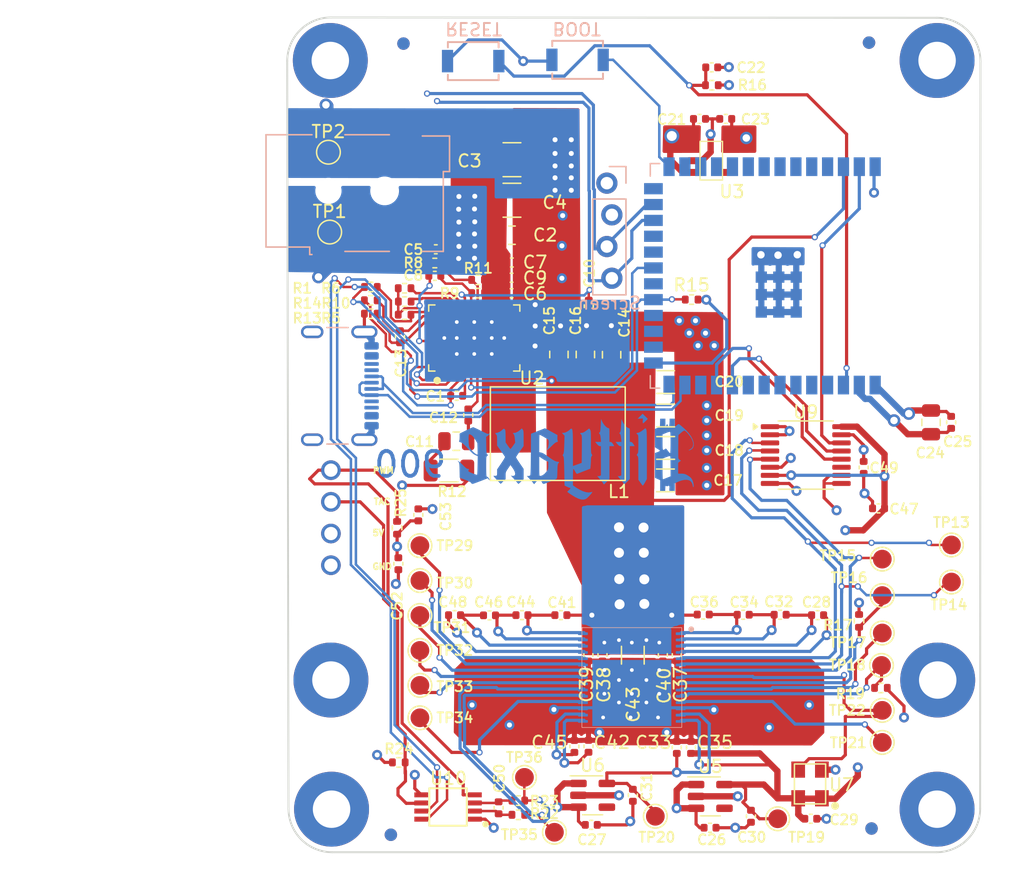
<source format=kicad_pcb>
(kicad_pcb (version 20241229) (generator "pcbnew") (generator_version "9.0")
  (layers (0 "F.Cu" signal) (4 "In1.Cu" signal) (6 "In2.Cu" signal) (2 "B.Cu" signal) (13 "F.Paste" user) (15 "B.Paste" user) (5 "F.SilkS" user "F.Silkscreen") (7 "B.SilkS" user "B.Silkscreen") (1 "F.Mask" user) (3 "B.Mask" user) (25 "Edge.Cuts" user))
  (net 0 "")
  (net 1 "GND")
  (net 2 "/VDD")
  (net 3 "/ESP32/EN")
  (net 4 "/5V")
  (net 5 "/3V3")
  (net 6 "/TX")
  (net 7 "/RX")
  (net 8 "/RST")
  (net 9 "/SCL")
  (net 10 "/Fan/FAN_PWM")
  (net 11 "/Power/SW")
  (net 12 "/ESP32/USB_D+")
  (net 13 "/ESP32/USB_D-")
  (net 14 "Net-(U2-DRTN)")
  (net 15 "Net-(U2-BP1V5)")
  (net 16 "Net-(U2-AVIN)")
  (net 17 "Net-(U2-EN{slash}UVLO)")
  (net 18 "/ESP32/P_TX")
  (net 19 "/ESP32/P_RX")
  (net 20 "/ESP32/IO0")
  (net 21 "Net-(U2-VDD5)")
  (net 22 "/Power/PGOOD")
  (net 25 "/SDA")
  (net 26 "Net-(U2-BOOT)")
  (net 27 "Net-(U2-VOSNS)")
  (net 28 "Net-(U2-GOSNS)")
  (net 29 "Net-(U8-VDDIO_12_1)")
  (net 30 "Net-(U8-VDDIO_08_1)")
  (net 31 "Net-(J4-Pin_3)")
  (net 32 "Net-(J4-Pin_6)")
  (net 33 "Net-(J4-Pin_5)")
  (net 34 "Net-(J4-Pin_4)")
  (net 41 "Net-(U2-MSEL1)")
  (net 42 "Net-(U2-MSEL2)")
  (net 43 "Net-(U2-VSEL)")
  (net 44 "Net-(U8-ROSC_SEL)")
  (net 45 "Net-(U8-LITE_PAD)")
  (net 46 "Net-(U8-INV_CLKO)")
  (net 51 "/Fan/TEMP_N")
  (net 52 "/Fan/TEMP_P")
  (net 55 "/Power/AGND")
  (net 67 "/Power/PMB_ALRT")
  (net 74 "Net-(C11-Pad1)")
  (net 75 "/Fan/TEMP_DP")
  (net 76 "/Fan/TEMP_DN")
  (net 79 "/BM1370/VDD3_0")
  (net 80 "/BM1370/1V2")
  (net 81 "/BM1370/0V8")
  (net 82 "/BM1370/VDD2_0")
  (net 83 "/BM1370/VDD1_0")
  (net 84 "/BM1370/VDD1_1")
  (net 85 "/BM1370/VDD2_1")
  (net 86 "/BM1370/VDD3_1")
  (net 87 "/BM1370/BI")
  (net 88 "/BM1370/RST_N")
  (net 89 "/BM1370/CI")
  (net 90 "/BM1370/RO")
  (net 91 "/BM1370/CLKI")
  (net 92 "/BM1370/NRSTO")
  (net 93 "/BM1370/CO")
  (net 94 "/BM1370/RI")
  (net 95 "/BM1370/CLKO")
  (net 96 "/BM1370/BO")
  (net 97 "/BM1370/PIN_MODE")
  (net 98 "/Fan/FAN_TACH")
  (net 99 "x")
  (footprint "Capacitor_SMD:C_1206_3216Metric" (layer "F.Cu") (at 108.91 81.12)
    (property "Reference" "C20")
    (property "Value" "100uF")
  )
  (footprint "Capacitor_SMD:C_0805_2012Metric" (layer "F.Cu") (at 100.36 78.91 90)
    (property "Reference" "C15")
    (property "Value" "22uF")
  )
  (footprint "bitaxe:470531000" (layer "F.Cu") (at 82.1 95.8 90)
    (property "Reference" "J6" (hide yes))
    (property "Value" "Conn_01x04")
  )
  (footprint "Fiducial:Fiducial_1mm_Mask2mm" (layer "F.Cu") (at 125.3978 116.905)
    (property "Reference" "FID4" (hide yes))
    (property "Value" "Fiducial")
  )
  (footprint "TestPoint:TestPoint_Pad_D1.5mm" (layer "F.Cu") (at 117.8825 116.1175)
    (property "Reference" "TP19")
    (property "Value" "TestPoint")
  )
  (footprint "Capacitor_SMD:C_0402_1005Metric" (layer "F.Cu") (at 96.57 72.76)
    (property "Reference" "C9")
    (property "Value" "2200pF")
  )
  (footprint "bitaxe:NetTie-0.25mm" (layer "F.Cu") (at 90.825 77.85)
    (property "Reference" "T1" (hide yes))
    (property "Value" "net-tie" (hide yes))
  )
  (footprint "TestPoint:TestPoint_Pad_D1.5mm" (layer "F.Cu") (at 126.26 110)
    (property "Reference" "TP21")
    (property "Value" "TestPoint")
  )
  (footprint "TestPoint:TestPoint_Pad_D1.5mm" (layer "F.Cu") (at 126.2 103.83)
    (property "Reference" "TP18")
    (property "Value" "TestPoint")
  )
  (footprint "Capacitor_SMD:C_0402_1005Metric" (layer "F.Cu") (at 102.729883 110.31 90)
    (property "Reference" "C42")
    (property "Value" "1uF")
  )
  (footprint "Resistor_SMD:R_0402_1005Metric" (layer "F.Cu") (at 97.11 115.8 180)
    (property "Reference" "R23")
    (property "Value" "100" (hide yes))
  )
  (footprint "Resistor_SMD:R_1206_3216Metric" (layer "F.Cu") (at 91.55 88.21 180)
    (property "Reference" "R12")
    (property "Value" "1")
  )
  (footprint "Capacitor_SMD:C_0402_1005Metric" (layer "F.Cu") (at 87.63 77.49 -90)
    (property "Reference" "C13")
    (property "Value" "100pF")
  )
  (footprint "Capacitor_SMD:C_0805_2012Metric" (layer "F.Cu") (at 104.58 78.93 90)
    (property "Reference" "C14")
    (property "Value" "22uF")
  )
  (footprint "Package_TO_SOT_SMD:SOT-23-5" (layer "F.Cu") (at 103.0625 114.2375)
    (property "Reference" "U6")
    (property "Value" "MCP1824T-0802E")
  )
  (footprint "Resistor_SMD:R_0402_1005Metric" (layer "F.Cu") (at 85.3 73.5)
    (property "Reference" "R1")
    (property "Value" "8.25k")
  )
  (footprint "TestPoint:TestPoint_Pad_D1.5mm" (layer "F.Cu") (at 131.8 94.175766)
    (property "Reference" "TP13")
    (property "Value" "TestPoint")
  )
  (footprint "Capacitor_SMD:C_0402_1005Metric" (layer "F.Cu") (at 97.4 99.8 180)
    (property "Reference" "C44")
    (property "Value" "1uF")
  )
  (footprint "TestPoint:TestPoint_Pad_D1.5mm" (layer "F.Cu") (at 100 117.2 -90)
    (property "Reference" "TP35")
    (property "Value" "TestPoint" (hide yes))
  )
  (footprint "Resistor_SMD:R_0402_1005Metric" (layer "F.Cu") (at 90.42 71.58 180)
    (property "Reference" "R8")
    (property "Value" "3.74k")
  )
  (footprint "Resistor_SMD:R_0402_1005Metric" (layer "F.Cu") (at 93.88 72.93 180)
    (property "Reference" "R11")
    (property "Value" "10")
  )
  (footprint "Capacitor_SMD:C_1206_3216Metric" (layer "F.Cu") (at 108.91 86.4)
    (property "Reference" "C18")
    (property "Value" "100uF")
  )
  (footprint "Capacitor_SMD:C_0402_1005Metric" (layer "F.Cu") (at 100.52 99.8 180)
    (property "Reference" "C41")
    (property "Value" "1uF")
  )
  (footprint "TestPoint:TestPoint_Pad_D1.5mm" (layer "F.Cu") (at 89.227 105.427)
    (property "Reference" "TP33")
    (property "Value" "TestPoint")
  )
  (footprint "Capacitor_SMD:C_0805_2012Metric" (layer "F.Cu") (at 130.165 84.35 90)
    (property "Reference" "C24")
    (property "Value" "10uF")
  )
  (footprint "TestPoint:TestPoint_Pad_D1.5mm" (layer "F.Cu") (at 81.9 62.7)
    (property "Reference" "TP2")
    (property "Value" "TestPoint")
  )
  (footprint "MountingHole:MountingHole_3.7mm" (layer "F.Cu") (at 83.4 99.4)
    (property "Reference" "Fan Cable Passthrough" (hide yes))
    (property "Value" "MountingHole_3.7mm")
  )
  (footprint "Capacitor_SMD:C_0805_2012Metric" (layer "F.Cu") (at 102.48 78.91 90)
    (property "Reference" "C16")
    (property "Value" "22uF")
  )
  (footprint "Capacitor_SMD:C_1206_3216Metric" (layer "F.Cu") (at 106.28 103.01 -90)
    (property "Reference" "C43")
    (property "Value" "100uF")
  )
  (footprint "Capacitor_SMD:C_0402_1005Metric" (layer "F.Cu") (at 101.599883 110.32 90)
    (property "Reference" "C45")
    (property "Value" "1uF")
  )
  (footprint "Capacitor_SMD:C_0402_1005Metric" (layer "F.Cu") (at 102.75 75.04 -90)
    (property "Reference" "C10")
    (property "Value" "4.7uF")
  )
  (footprint "Fiducial:Fiducial_1mm_Mask2mm" (layer "F.Cu") (at 86.8916 117.395)
    (property "Reference" "FID3" (hide yes))
    (property "Value" "Fiducial")
  )
  (footprint "Capacitor_SMD:C_0402_1005Metric" (layer "F.Cu") (at 110.94 110.4 90)
    (property "Reference" "C35")
    (property "Value" "1uF")
  )
  (footprint "Capacitor_SMD:C_1210_3225Metric" (layer "F.Cu") (at 96.6 66.55)
    (property "Reference" "C4")
    (property "Value" "47uF")
  )
  (footprint "Capacitor_SMD:C_0402_1005Metric" (layer "F.Cu") (at 96.57 74)
    (property "Reference" "C6")
    (property "Value" "4700pF")
  )
  (footprint "Capacitor_SMD:C_0402_1005Metric" (layer "F.Cu") (at 131.775 84.35 90)
    (property "Reference" "C25")
    (property "Value" "0.1uF")
  )
  (footprint "bitaxe:SMD3225-4P" (layer "F.Cu") (at 120.4725 113.3275 90)
    (property "Reference" "U7")
    (property "Value" "25MHz")
  )
  (footprint "Capacitor_SMD:C_0402_1005Metric" (layer "F.Cu") (at 102.9525 116.6075)
    (property "Reference" "C27")
    (property "Value" "1uF")
  )
  (footprint "Capacitor_SMD:C_0402_1005Metric" (layer "F.Cu") (at 103.85 103 -90)
    (property "Reference" "C38")
    (property "Value" "0.1uF")
  )
  (footprint "Capacitor_SMD:C_0402_1005Metric" (layer "F.Cu") (at 120.5325 116.1175 180)
    (property "Reference" "C29")
    (property "Value" "0.1uF")
  )
  (footprint "Capacitor_SMD:C_0402_1005Metric" (layer "F.Cu") (at 93.1 83.76 -90)
    (property "Reference" "C12")
    (property "Value" "0.1uF")
  )
  (footprint "TestPoint:TestPoint_Pad_D1.5mm" (layer "F.Cu") (at 131.8 97.145766)
    (property "Reference" "TP14")
    (property "Value" "TestPoint")
  )
  (footprint "Resistor_SMD:R_0402_1005Metric" (layer "F.Cu") (at 126.15 105.63 180)
    (property "Reference" "R19")
    (property "Value" "1k")
  )
  (footprint "TestPoint:TestPoint_Pad_D1.5mm" (layer "F.Cu") (at 97.6 112.8 -90)
    (property "Reference" "TP36")
    (property "Value" "TestPoint" (hide yes))
  )
  (footprint "TestPoint:TestPoint_Pad_D1.5mm" (layer "F.Cu") (at 126.26 95.31)
    (property "Reference" "TP15")
    (property "Value" "TestPoint")
  )
  (footprint "Fiducial:Fiducial_1mm_Mask2mm" (layer "F.Cu") (at 87.9 54)
    (property "Reference" "FID1" (hide yes))
    (property "Value" "Fiducial")
  )
  (footprint "TestPoint:TestPoint_Pad_D1.5mm" (layer "F.Cu") (at 126.26 107.43)
    (property "Reference" "TP22")
    (property "Value" "TestPoint")
  )
  (footprint "Resistor_SMD:R_0402_1005Metric" (layer "F.Cu") (at 87.4 92.8 -90)
    (property "Reference" "R25")
    (property "Value" "10k")
  )
  (footprint "Capacitor_SMD:C_0402_1005Metric" (layer "F.Cu") (at 112.6 55.9)
    (property "Reference" "C22")
    (property "Value" "1uF")
  )
  (footprint "MountingHole:MountingHole_3mm_Pad_Via" (layer "F.Cu") (at 130.649998 115.349998)
    (property "Reference" "H9")
    (property "Value" "MountingHole_Pad")
  )
  (footprint "Package_SO:TSSOP-8_3x3mm_P0.65mm" (layer "F.Cu") (at 91.48 115.175 180)
    (property "Reference" "U10")
    (property "Value" "EMC2101")
  )
  (footprint "Capacitor_SMD:C_0402_1005Metric" (layer "F.Cu") (at 90.42 72.61 180)
    (property "Reference" "C8")
    (property "Value" "0.1uF")
  )
  (footprint "Resistor_SMD:R_0402_1005Metric" (layer "F.Cu") (at 88 75.72)
    (property "Reference" "R5")
    (property "Value" "14.7k")
  )
  (footprint "Resistor_SMD:R_0402_1005Metric" (layer "F.Cu") (at 88 73.6 180)
    (property "Reference" "R6")
    (property "Value" " RES 0 OHM JUMPER 1/16W")
  )
  (footprint "TestPoint:TestPoint_Pad_D1.5mm" (layer "F.Cu") (at 89.227 94.227)
    (property "Reference" "TP29")
    (property "Value" "TestPoint")
  )
  (footprint "Capacitor_SMD:C_0402_1005Metric" (layer "F.Cu") (at 108.6824 103 -90)
    (property "Reference" "C40")
    (property "Value" "1uF")
  )
  (footprint "Package_TO_SOT_SMD:SOT-23-5" (layer "F.Cu") (at 112.4835 114.3265)
    (property "Reference" "U5")
    (property "Value" "MCP1824T-1202E/OT")
  )
  (footprint "Capacitor_SMD:C_0402_1005Metric" (layer "F.Cu") (at 124.769604 87.9616 -90)
    (property "Reference" "C49")
    (property "Value" "0.1uF")
  )
  (footprint "Resistor_SMD:R_0402_1005Metric" (layer "F.Cu") (at 93.89 73.99 180)
    (property "Reference" "R9")
    (property "Value" "11.8k")
  )
  (footprint "Capacitor_SMD:C_0402_1005Metric" (layer "F.Cu") (at 113.72 60.03 180)
    (property "Reference" "C23")
    (property "Value" "1uF")
  )
  (footprint "MountingHole:MountingHole_3mm_Pad_Via" (layer "F.Cu") (at 130.7 105)
    (property "Reference" "H9")
    (property "Value" "MountingHole_Pad")
  )
  (footprint "Capacitor_SMD:C_1206_3216Metric" (layer "F.Cu") (at 108.91 83.8)
    (property "Reference" "C19")
    (property "Value" "100uF")
  )
  (footprint "Resistor_SMD:R_0402_1005Metric" (layer "F.Cu") (at 124.4 100.26 -90)
    (property "Reference" "R17")
    (property "Value" "10k")
  )
  (footprint "Capacitor_SMD:C_0402_1005Metric" (layer "F.Cu") (at 96.59 71.54)
    (property "Reference" "C7")
    (property "Value" "1uF")
  )
  (footprint "TestPoint:TestPoint_Pad_D1.5mm" (layer "F.Cu") (at 126.26 98.23)
    (property "Reference" "TP16")
    (property "Value" "TestPoint")
  )
  (footprint "TestPoint:TestPoint_Pad_D1.5mm" (layer "F.Cu") (at 89.227 108.027)
    (property "Reference" "TP34")
    (property "Value" "TestPoint")
  )
  (footprint "Resistor_SMD:R_0402_1005Metric" (layer "F.Cu") (at 85.29 75.64 180)
    (property "Reference" "R13")
    (property "Value" "49.9")
  )
  (footprint "Capacitor_SMD:C_0402_1005Metric" (layer "F.Cu") (at 89.1 91.765 90)
    (property "Reference" "C53")
    (property "Value" "0.1uF")
  )
  (footprint "MountingHole:MountingHole_3mm_Pad_Via" (layer "F.Cu") (at 82.1 105)
    (property "Reference" "H9")
    (property "Value" "MountingHole_Pad")
  )
  (footprint "MountingHole:MountingHole_3mm_Pad_Via" (layer "F.Cu") (at 82.050002 55.349998)
    (property "Reference" "H9")
    (property "Value" "MountingHole_Pad")
  )
  (footprint "Package_SO:TSSOP-16_4.4x5mm_P0.65mm" (layer "F.Cu") (at 120.129604 86.9716)
    (property "Reference" "U9")
    (property "Value" "SN74AVC4T774")
  )
  (footprint "Capacitor_SMD:C_0402_1005Metric" (layer "F.Cu") (at 118.08 99.766 180)
    (property "Reference" "C32")
    (property "Value" "1uF")
  )
  (footprint "Resistor_SMD:R_0402_1005Metric" (layer "F.Cu") (at 87.535 111.6 180)
    (property "Reference" "R24")
    (property "Value" "5.6k")
  )
  (footprint "Capacitor_SMD:C_0402_1005Metric" (layer "F.Cu") (at 90.5 70.48)
    (property "Reference" "C5")
    (property "Value" "1uF")
  )
  (footprint "Capacitor_SMD:C_0402_1005Metric" (layer "F.Cu") (at 92 99.8 180)
    (property "Reference" "C48")
    (property "Value" "1uF")
  )
  (footprint "Capacitor_SMD:C_0402_1005Metric" (layer "F.Cu") (at 115.12 99.766 180)
    (property "Reference" "C34")
    (property "Value" "1uF")
  )
  (footprint "Resistor_SMD:R_0402_1005Metric" (layer "F.Cu") (at 97.11 114.66)
    (property "Reference" "R22")
    (property "Value" "100" (hide yes))
  )
  (footprint "bitaxe:SLC1175-271MEC_COC" (layer "F.Cu") (at 100.27 85.255)
    (property "Reference" "L1")
    (property "Value" "300nH" (hide yes))
  )
  (footprint "TestPoint:TestPoint_Pad_D1.5mm" (layer "F.Cu") (at 82 69.1)
    (property "Reference" "TP1")
    (property "Value" "TestPoint")
  )
  (footprint "Capacitor_SMD:C_1206_3216Metric" (layer "F.Cu") (at 108.89 89)
    (property "Reference" "C17")
    (property "Value" "100uF" (hide yes))
  )
  (footprint "Capacitor_SMD:C_0402_1005Metric" (layer "F.Cu") (at 112.4635 116.8365)
    (property "Reference" "C26")
    (property "Value" "1uF")
  )
  (footprint "Capacitor_SMD:C_0402_1005Metric" (layer "F.Cu") (at 125.959604 91.2416 180)
    (property "Reference" "C47")
    (property "Value" "0.1uF")
  )
  (footprint "Capacitor_SMD:C_0402_1005Metric" (layer "F.Cu") (at 109.8 110.4 90)
    (property "Reference" "C33")
    (property "Value" "1uF")
  )
  (footprint "Capacitor_SMD:C_0402_1005Metric" (layer "F.Cu") (at 92.17 82.22 180)
    (property "Reference" "C1")
    (property "Value" "1uF")
  )
  (footprint "TestPoint:TestPoint_Pad_D1.5mm" (layer "F.Cu") (at 108.0825 115.9175 180)
    (property "Reference" "TP20")
    (property "Value" "TestPoint")
  )
  (footprint "Capacitor_SMD:C_0402_1005Metric" (layer "F.Cu") (at 111.92 99.75 180)
    (property "Reference" "C36")
    (property "Value" "1uF")
  )
  (footprint "TestPoint:TestPoint_Pad_D1.5mm" (layer "F.Cu") (at 126.26 101.23)
    (property "Reference" "TP17")
    (property "Value" "TestPoint")
  )
  (footprint "TestPoint:TestPoint_Pad_D1.5mm" (layer "F.Cu") (at 89.227 97.027)
    (property "Reference" "TP30")
    (property "Value" "TestPoint")
  )
  (footprint "Fiducial:Fiducial_1mm_Mask2mm" (layer "F.Cu") (at 125.2 53.9)
    (property "Reference" "FID2" (hide yes))
    (property "Value" "Fiducial")
  )
  (footprint "Resistor_SMD:R_0402_1005Metric" (layer "F.Cu") (at 110.99 74.51)
    (property "Reference" "R15")
    (property "Value" "10k")
  )
  (footprint "bitaxe:LQFN40-CLIP" (layer "F.Cu") (at 93.58 77.59 90)
    (property "Reference" "U2")
    (property "Value" "TPS546D24ARVFR")
  )
  (footprint "Capacitor_SMD:C_1210_3225Metric" (layer "F.Cu") (at 96.6 63.3)
    (property "Reference" "C3")
    (property "Value" "47uF")
  )
  (footprint "Capacitor_SMD:C_0402_1005Metric" (layer "F.Cu") (at 95.53 115.24 90)
    (property "Reference" "C50")
    (property "Value" "470pF" (hide yes))
  )
  (footprint "Resistor_SMD:R_0402_1005Metric" (layer "F.Cu") (at 88.01 74.67 180)
    (property "Reference" "R10")
    (property "Value" "68.1k")
  )
  (footprint "Capacitor_SMD:C_0402_1005Metric" (layer "F.Cu") (at 109.8 103 -90)
    (property "Reference" "C37")
    (property "Value" "0.1uF")
  )
  (footprint "Resistor_SMD:R_0402_1005Metric" (layer "F.Cu") (at 112.61 57.33 180)
    (property "Reference" "R16")
    (property "Value" "10k")
  )
  (footprint "MountingHole:MountingHole_3mm_Pad_Via" (layer "F.Cu") (at 82.150002 115.349998)
    (property "Reference" "H9")
    (property "Value" "MountingHole_Pad")
  )
  (footprint "Capacitor_SMD:C_0402_1005Metric" (layer "F.Cu") (at 87.5 95.68 -90)
    (property "Reference" "C52")
    (property "Value" "0.1uF")
  )
  (footprint "Capacitor_SMD:C_0805_2012Metric" (layer "F.Cu") (at 92.14 85.86)
    (property "Reference" "C11")
    (property "Value" "1000pF")
  )
  (footprint "MountingHole:MountingHole_3mm_Pad_Via" (layer "F.Cu") (at 130.649998 55.349998)
    (property "Reference" "H9")
    (property "Value" "MountingHole_Pad")
  )
  (footprint "Capacitor_SMD:C_0402_1005Metric" (layer "F.Cu") (at 111.62 60.03)
    (property "Reference" "C21")
    (property "Value" "1uF")
  )
  (footprint "TestPoint:TestPoint_Pad_D1.5mm" (layer "F.Cu") (at 89.227 99.827)
    (property "Reference" "TP31")
    (property "Value" "TestPoint")
  )
  (footprint "Capacitor_SMD:C_0402_1005Metric" (layer "F.Cu") (at 102.72 103 -90)
    (property "Reference" "C39")
    (property "Value" "1uF")
  )
  (footprint "Capacitor_SMD:C_0402_1005Metric" (layer "F.Cu") (at 94.8 99.816 180)
    (property "Reference" "C46")
    (property "Value" "1uF")
  )
  (footprint "TestPoint:TestPoint_Pad_D1.5mm" (layer "F.Cu") (at 89.227 102.627)
    (property "Reference" "TP32")
    (property "Value" "TestPoint")
  )
  (footprint "Resistor_SMD:R_0402_1005Metric" (layer "F.Cu") (at 85.29 74.57)
    (property "Reference" "R14")
    (property "Value" "49.9")
  )
  (footprint "Capacitor_SMD:C_0402_1005Metric" (layer "F.Cu") (at 115.7425 115.9175 -90)
    (property "Reference" "C30")
    (property "Value" "1uF")
  )
  (footprint "Capacitor_SMD:C_0805_2012Metric" (layer "F.Cu") (at 96.6 69.35)
    (property "Reference" "C2")
    (property "Value" "10uF")
  )
  (footprint "Capacitor_SMD:C_0402_1005Metric" (layer "F.Cu") (at 121.08 99.8 180)
    (property "Reference" "C28")
    (property "Value" "1uF")
  )
  (footprint "bitaxe:RT9080-33GJ5" (layer "F.Cu") (at 112.563 63.38)
    (property "Reference" "U3")
    (property "Value" "RT9080-33GJ5")
  )
  (footprint "Capacitor_SMD:C_0402_1005Metric" (layer "F.Cu") (at 106.2825 114.2375 -90)
    (property "Reference" "C31")
    (property "Value" "1uF")
  )
  (footprint "bitaxe:PinHeader_1x04_P2.54mm_Vertical_shifted" (layer "B.Cu") (at 104.4 65.18 180)
    (property "Reference" "Screen")
    (property "Value" "Conn_01x04")
  )
  (footprint "Fiducial:Fiducial_1mm_Mask2mm" (layer "B.Cu") (at 87.91 53.9946 180)
    (property "Reference" "FID6" (hide yes))
    (property "Value" "Fiducial")
  )
  (footprint "bitaxe:TENSILITY_54-00164" (layer "B.Cu") (at 84.15 65.8 90)
    (property "Reference" "J1" (hide yes))
    (property "Value" "54-00164")
  )
  (footprint "bitaxe:USB_C_Receptacle_GCT_USB4105-xx-A" (layer "B.Cu") (at 81.675 81.42 90)
    (property "Reference" "J5" (hide yes))
    (property "Value" "USB_C_Receptacle_USB2.0")
  )
  (footprint "bitaxe:ESP32-S3-WROOM-1" (layer "B.Cu") (at 117.43 72.61 90)
    (property "Reference" "U4" (hide yes))
    (property "Value" "ESP32-S3-WROOM-1")
  )
  (footprint "Fiducial:Fiducial_1mm_Mask2mm" (layer "B.Cu") (at 125.4 116.9 180)
    (property "Reference" "FID7" (hide yes))
    (property "Value" "Fiducial")
  )
  (footprint "bitaxe:BM1370" (layer "B.Cu") (at 106.2 104.8 180)
    (property "Reference" "U8" (hide yes))
    (property "Value" "BM1370_mode1")
  )
  (footprint "bitaxe:SW_CS1213AGF260_CRS" (layer "B.Cu") (at 93.498 55.398)
    (property "Reference" "SW1" (hide yes))
    (property "Value" "GT-TC029B-H025-L1N")
  )
  (footprint "bitaxe:bittyLogo" (layer "B.Cu") (at 101.862627 87.167306 180)
    (property "Reference" "G***" (hide yes))
    (property "Value" "LOGO" (hide yes))
  )
  (footprint "bitaxe:bittyLogo" (layer "B.Cu") (at 101.862627 87.167306 180)
    (property "Reference" "G***" (hide yes))
    (property "Value" "LOGO" (hide yes))
  )
  (footprint "bitaxe:SW_CS1213AGF260_CRS" (layer "B.Cu") (at 101.858 55.298)
    (property "Reference" "SW2" (hide yes))
    (property "Value" "GT-TC029B-H025-L1N")
  )
  (footprint "Fiducial:Fiducial_1mm_Mask2mm" (layer "B.Cu") (at 86.9 117.4 180)
    (property "Reference" "FID8" (hide yes))
    (property "Value" "Fiducial")
  )
  (footprint "Fiducial:Fiducial_1mm_Mask2mm" (layer "B.Cu") (at 125.1972 53.918 180)
    (property "Reference" "FID5" (hide yes))
    (property "Value" "Fiducial")
  )
  (gr_line (start 130.6 118.8) (end 82.2 118.8) (stroke (width 0.15)) (layer "Edge.Cuts"))
  (gr_line (start 134.125123 55.424872) (end 134.099998 115.299998) (stroke (width 0.15)) (layer "Edge.Cuts"))
  (gr_line (start 78.600002 55.399998) (end 78.700002 115.299998) (stroke (width 0.15)) (layer "Edge.Cuts"))
  (gr_arc (start 134.099998 115.299998) (mid 133.074872 117.774871) (end 130.6 118.8) (stroke (width 0.15)) (layer "Edge.Cuts"))
  (gr_arc (start 78.600002 55.399998) (mid 79.625128 52.925126) (end 82.1 51.899996) (stroke (width 0.15)) (layer "Edge.Cuts"))
  (gr_arc (start 130.625125 51.92487) (mid 133.099992 52.950005) (end 134.125123 55.424872) (stroke (width 0.15)) (layer "Edge.Cuts"))
  (gr_arc (start 82.2 118.8) (mid 79.725125 117.774873) (end 78.700002 115.299998) (stroke (width 0.15)) (layer "Edge.Cuts"))
  (gr_line (start 130.625125 51.92487) (end 82.1 51.899996) (stroke (width 0.15)) (layer "Edge.Cuts"))
  (gr_text "900" (at 91.5 88.9 0) (layer "B.Cu") (effects (font (size 2 2) (thickness 0.3)) (justify left bottom mirror)))
  (gr_text "5V" (at 85.9 93.2 0) (layer "F.SilkS") (effects (font (size 0.5 0.5) (thickness 0.125))))
  (gr_text "PWM" (at 86.3 88.2 0) (layer "F.SilkS") (effects (font (size 0.5 0.5) (thickness 0.125))))
  (gr_text "TAC" (at 86.2 90.7 0) (layer "F.SilkS") (effects (font (size 0.5 0.5) (thickness 0.125))))
  (gr_text "GND" (at 86.2 95.9 0) (layer "F.SilkS") (effects (font (size 0.5 0.5) (thickness 0.125))))
  (segment (start 112.64 61.122) (end 112.512 61.25) (width 0.2) (layer "F.Cu") (net 1))
  (segment (start 121.8 101.4) (end 121.8 100.04) (width 0.254) (layer "F.Cu") (net 1))
  (segment (start 111.18505 63.38) (end 111.18905 63.376) (width 0.508) (layer "F.Cu") (net 1))
  (segment (start 122.893354 89.2416) (end 121.6 89.2416) (width 0.2) (layer "F.Cu") (net 1))
  (segment (start 91.52 100.52) (end 91.52 99.8) (width 0.254) (layer "F.Cu") (net 1))
  (segment (start 121.6 90.4) (end 121.6 89.0416) (width 0.254) (layer "F.Cu") (net 1))
  (segment (start 89.1 91.285) (end 90.22 91.285) (width 0.254) (layer "F.Cu") (net 1))
  (segment (start 128 108) (end 128 107.085) (width 0.254) (layer "F.Cu") (net 1))
  (segment (start 111.18905 63.376) (end 111.824 63.376) (width 0.508) (layer "F.Cu") (net 1))
  (segment (start 124.839604 90.0416) (end 124.769604 89.9716) (width 0.254) (layer "F.Cu") (net 1))
  (segment (start 92.2 101.2) (end 91.52 100.52) (width 0.254) (layer "F.Cu") (net 1))
  (segment (start 121.4325 112.1875) (end 121.4225 112.1775) (width 0.508) (layer "F.Cu") (net 1))
  (segment (start 101.925 114.2375) (end 105.1725 114.2375) (width 0.508) (layer "F.Cu") (net 1))
  (segment (start 122.6 91.4) (end 121.6 90.4) (width 0.254) (layer "F.Cu") (net 1))
  (segment (start 121.7925 116.1175) (end 121.1825 116.1175) (width 0.254) (layer "F.Cu") (net 1))
  (segment (start 125.479604 90.6816) (end 125.479604 91.2416) (width 0.254) (layer "F.Cu") (net 1))
  (segment (start 118.524604 85.3466) (end 118.829604 85.0416) (width 0.254) (layer "F.Cu") (net 1))
  (segment (start 124.769604 89.9716) (end 124.769604 88.4416) (width 0.254) (layer "F.Cu") (net 1))
  (segment (start 128 107.085) (end 126.66 105.745) (width 0.254) (layer "F.Cu") (net 1))
  (segment (start 112.65 60.03) (end 112.65 61.112) (width 0.254) (layer "F.Cu") (net 1))
  (segment (start 131.775 83.87) (end 131.385 83.48) (width 0.254) (layer "F.Cu") (net 1))
  (segment (start 112.1 60.03) (end 112.65 60.03) (width 0.254) (layer "F.Cu") (net 1))
  (segment (start 117.267104 85.3466) (end 118.524604 85.3466) (width 0.254) (layer "F.Cu") (net 1))
  (segment (start 81.8 62.6) (end 81.9 62.7) (width 1) (layer "F.Cu") (net 1))
  (segment (start 126.66 105.745) (end 126.66 105.63) (width 0.254) (layer "F.Cu") (net 1))
  (segment (start 112.9435 116.8365) (end 114.9935 116.8365) (width 0.254) (layer "F.Cu") (net 1))
  (segment (start 81.697599 58.902401) (end 81.8 59.004802) (width 1) (layer "F.Cu") (net 1))
  (segment (start 103.4325 116.6075) (end 105.7825 116.6075) (width 0.254) (layer "F.Cu") (net 1))
  (segment (start 87.8 89.4) (end 92.6225 89.4) (width 0.254) (layer "F.Cu") (net 1))
  (segment (start 88.8166 112.598355) (end 88.8166 113.6866) (width 0.254) (layer "F.Cu") (net 1))
  (segment (start 111.355 114.3175) (end 111.346 114.3265) (width 0.508) (layer "F.Cu") (net 1))
  (segment (start 87.5 97.1) (end 87.5 96.16) (width 0.254) (layer "F.Cu") (net 1))
  (segment (start 113.08 55.9) (end 113.95 55.9) (width 0.254) (layer "F.Cu") (net 1))
  (segment (start 90.22 91.285) (end 90.23 91.295) (width 0.254) (layer "F.Cu") (net 1))
  (segment (start 117.267104 84.6966) (end 118.484604 84.6966) (width 0.254) (layer "F.Cu") (net 1))
  (segment (start 117.267104 87.9466) (end 118.184604 87.9466) (width 0.254) (layer "F.Cu") (net 1))
  (segment (start 112.65 61.112) (end 112.512 61.25) (width 0.254) (layer "F.Cu") (net 1))
  (segment (start 114.4825 116.8365) (end 114.9935 116.8365) (width 0.254) (layer "F.Cu") (net 1))
  (segment (start 105.7825 116.6075) (end 106.0725 116.3175) (width 0.254) (layer "F.Cu") (net 1))
  (segment (start 117.267104 89.2466) (end 118.794604 89.2466) (width 0.254) (layer "F.Cu") (net 1))
  (segment (start 121.68 99.92) (end 121.56 99.8) (width 0.254) (layer "F.Cu") (net 1))
  (segment (start 128.385 83.65) (end 128.635 83.4) (width 0.508) (layer "F.Cu") (net 1))
  (segment (start 115.3035 116.8365) (end 115.7425 116.3975) (width 0.254) (layer "F.Cu") (net 1))
  (segment (start 106.2825 116.1075) (end 106.0725 116.3175) (width 0.254) (layer "F.Cu") (net 1))
  (segment (start 131.385 83.48) (end 130.245 83.48) (width 0.254) (layer "F.Cu") (net 1))
  (segment (start 112.512 62.688) (end 112.512 61.25) (width 0.508) (layer "F.Cu") (net 1))
  (segment (start 112.65 60.03) (end 113.24 60.03) (width 0.254) (layer "F.Cu") (net 1))
  (segment (start 84.78 75.64) (end 84.78 77.1) (width 0.254) (layer "F.Cu") (net 1))
  (segment (start 130.245 83.48) (end 130.165 83.4) (width 0.254) (layer "F.Cu") (net 1))
  (segment (start 121.8 100.04) (end 121.56 99.8) (width 0.254) (layer "F.Cu") (net 1))
  (segment (start 113.95 55.9) (end 113.97 55.88) (width 0.2) (layer "F.Cu") (net 1))
  (segment (start 114.6825 114.3175) (end 111.355 114.3175) (width 0.508) (layer "F.Cu") (net 1))
  (segment (start 118.794604 89.2466) (end 119.389604 89.8416) (width 0.254) (layer "F.Cu") (net 1))
  (segment (start 88.8166 113.6866) (end 89.33 114.2) (width 0.254) (layer "F.Cu") (net 1))
  (segment (start 118.484604 84.6966) (end 118.829604 85.0416) (width 0.254) (layer "F.Cu") (net 1))
  (segment (start 128.635 83.4) (end 130.165 83.4) (width 0.508) (layer "F.Cu") (net 1))
  (segment (start 92.6225 89.4) (end 93.1825 88.84) (width 0.254) (layer "F.Cu") (net 1))
  (segment (start 106.2825 114.7175) (end 106.2825 116.1075) (width 0.254) (layer "F.Cu") (net 1))
  (segment (start 121.6 89.0416) (end 122.045 88.5966) (width 0.254) (layer "F.Cu") (net 1))
  (segment (start 122.5125 112.1875) (end 121.4325 112.1875) (width 0.508) (layer "F.Cu") (net 1))
  (segment (start 124.839604 90.0416) (end 125.479604 90.6816) (width 0.254) (layer "F.Cu") (net 1))
  (segment (start 124.4 98.8016) (end 124.4 99.75) (width 0.254) (layer "F.Cu") (net 1))
  (segment (start 87.3 97.3) (end 87.5 97.1) (width 0.254) (layer "F.Cu") (net 1))
  (segment (start 114.4825 116.8365) (end 115.3035 116.8365) (width 0.254) (layer "F.Cu") (net 1))
  (segment (start 81.8 59.004802) (end 81.8 62.6) (width 1) (layer "F.Cu") (net 1))
  (segment (start 122.045 88.5966) (end 122.992104 88.5966) (width 0.254) (layer "F.Cu") (net 1))
  (segment (start 118.184604 87.9466) (end 118.929604 87.2016) (width 0.254) (layer "F.Cu") (net 1))
  (segment (start 111.824 63.376) (end 112.512 62.688) (width 0.508) (layer "F.Cu") (net 1))
  (via (at 112.769438 107.384) (size 0.8) (drill 0.4) (layers "F.Cu" "B.Cu") (net 1))
  (via (at 114.4825 116.8365) (size 0.8) (drill 0.4) (layers "F.Cu" "B.Cu") (net 1))
  (via (at 100.6 72.8) (size 0.8) (drill 0.4) (layers "F.Cu" "B.Cu") (net 1))
  (via (at 96.4 108.6) (size 0.8) (drill 0.4) (layers "F.Cu" "B.Cu") (net 1))
  (via (at 92.2 101.2) (size 0.8) (drill 0.4) (layers "F.Cu" "B.Cu") (net 1))
  (via (at 81.697599 58.902401) (size 1) (drill 0.6) (layers "F.Cu" "B.Cu") (net 1))
  (via (at 105.168 106.8) (size 0.5) (drill 0.3) (layers "F.Cu" "B.Cu") (net 1))
  (via (at 100.05 61.7) (size 0.8) (drill 0.4) (layers "F.Cu" "B.Cu") (net 1))
  (via (at 117.2 108.8) (size 0.8) (drill 0.4) (layers "F.Cu" "B.Cu") (net 1))
  (via (at 101.35 62.8) (size 0.8) (drill 0.4) (layers "F.Cu" "B.Cu") (net 1))
  (via (at 112.2 86.6) (size 0.8) (drill 0.4) (layers "F.Cu" "B.Cu") (net 1))
  (via (at 105.1725 114.2375) (size 0.8) (drill 0.4) (layers "F.Cu" "B.Cu") (net 1))
  (via (at 106.0725 116.3175) (size 0.8) (drill 0.4) (layers "F.Cu" "B.Cu") (net 1))
  (via (at 100.05 65.75) (size 0.8) (drill 0.4) (layers "F.Cu" "B.Cu") (net 1))
  (via (at 116.54 70.92) (size 1) (drill 0.6) (layers "F.Cu" "B.Cu") (net 1))
  (via (at 110 76.2) (size 0.8) (drill 0.4) (layers "F.Cu" "B.Cu") (net 1))
  (via (at 125.6 65.94) (size 0.8) (drill 0.4) (layers "F.Cu" "B.Cu") (net 1))
  (via (at 122.5125 112.1875) (size 0.8) (drill 0.4) (layers "F.Cu" "B.Cu") (net 1))
  (via (at 111.3 76.2) (size 0.8) (drill 0.4) (layers "F.Cu" "B.Cu") (net 1))
  (via (at 112.2 89.4) (size 0.8) (drill 0.4) (layers "F.Cu" "B.Cu") (net 1))
  (via (at 109 109.2) (size 0.8) (drill 0.4) (layers "F.Cu" "B.Cu") (net 1))
  (via (at 93.4 107) (size 0.8) (drill 0.4) (layers "F.Cu" "B.Cu") (net 1))
  (via (at 112.2 88) (size 0.8) (drill 0.4) (layers "F.Cu" "B.Cu") (net 1))
  (via (at 112.1 77.2) (size 0.8) (drill 0.4) (layers "F.Cu" "B.Cu") (net 1))
  (via (at 100.05 63.8) (size 0.8) (drill 0.4) (layers "F.Cu" "B.Cu") (net 1))
  (via (at 98.45 78.23) (size 0.8) (drill 0.4) (layers "F.Cu" "B.Cu") (net 1))
  (via (at 87.3 97.3) (size 0.8) (drill 0.4) (layers "F.Cu" "B.Cu") (net 1))
  (via (at 120.4 107) (size 0.8) (drill 0.4) (layers "F.Cu" "B.Cu") (net 1))
  (via (at 121.7925 116.1175) (size 0.8) (drill 0.4) (layers "F.Cu" "B.Cu") (net 1))
  (via (at 121.8 101.4) (size 0.8) (drill 0.4) (layers "F.Cu" "B.Cu") (net 1))
  (via (at 100.66 67.78) (size 0.8) (drill 0.4) (layers "F.Cu" "B.Cu") (net 1))
  (via (at 101.35 63.8) (size 0.8) (drill 0.4) (layers "F.Cu" "B.Cu") (net 1))
  (via (at 87.8 89.4) (size 0.8) (drill 0.4) (layers "F.Cu" "B.Cu") (net 1))
  (via (at 112.2 85.4) (size 0.8) (drill 0.4) (layers "F.Cu" "B.Cu") (net 1))
  (via (at 118.929604 87.2016) (size 0.8) (drill 0.4) (layers "F.Cu" "B.Cu") (net 1))
  (via (at 124.4 98.8016) (size 0.8) (drill 0.4) (layers "F.Cu" "B.Cu") (net 1))
  (via (at 101.35 61.7) (size 0.8) (drill 0.4) (layers "F.Cu" "B.Cu") (net 1))
  (via (at 112.2 83) (size 0.8) (drill 0.4) (layers "F.Cu" "B.Cu") (net 1))
  (via (at 112.2 84.2) (size 0.8) (drill 0.4) (layers "F.Cu" "B.Cu") (net 1))
  (via (at 124.839604 90.0416) (size 0.8) (drill 0.4) (layers "F.Cu" "B.Cu") (net 1))
  (via (at 90.23 91.295) (size 0.8) (drill 0.4) (layers "F.Cu" "B.Cu") (net 1))
  (via (at 107.368 105) (size 0.5) (drill 0.3) (layers "F.Cu" "B.Cu") (net 1))
  (via (at 114.6825 114.3175) (size 0.8) (drill 0.4) (layers "F.Cu" "B.Cu") (net 1))
  (via (at 117.91 70.95) (size 1) (drill 0.6) (layers "F.Cu" "B.Cu") (net 1))
  (via (at 105.168 105) (size 0.5) (drill 0.3) (layers "F.Cu" "B.Cu") (net 1))
  (via (at 122.6 91.4) (size 0.8) (drill 0.4) (layers "F.Cu" "B.Cu") (net 1))
  (via (at 99.959438 107.364) (size 0.8) (drill 0.4) (layers "F.Cu" "B.Cu") (net 1))
  (via (at 128 108) (size 0.8) (drill 0.4) (layers "F.Cu" "B.Cu") (net 1))
  (via (at 100.05 64.75) (size 0.8) (drill 0.4) (layers "F.Cu" "B.Cu") (net 1))
  (via (at 100.49 76.62) (size 0.8) (drill 0.4) (layers "F.Cu" "B.Cu") (net 1))
  (via (at 100.05 62.8) (size 0.8) (drill 0.4) (layers "F.Cu" "B.Cu") (net 1))
  (via (at 98.46 76.63) (size 0.8) (drill 0.4) (layers "F.Cu" "B.Cu") (net 1))
  (via (at 100.6 70.2) (size 0.8) (drill 0.4) (layers "F.Cu" "B.Cu") (net 1))
  (via (at 103.6 109.2) (size 0.8) (drill 0.4) (layers "F.Cu" "B.Cu") (net 1))
  (via (at 88.8166 112.598355) (size 0.8) (drill 0.4) (layers "F.Cu" "B.Cu") (net 1))
  (via (at 113.97 55.88) (size 0.8) (drill 0.4) (layers "F.Cu" "B.Cu") (net 1))
  (via (at 112.512 61.25) (size 0.8) (drill 0.4) (layers "F.Cu" "B.Cu") (net 1))
  (via (at 104.56 76.6) (size 0.8) (drill 0.4) (layers "F.Cu" "B.Cu") (net 1))
  (via (at 110.8 77.2) (size 0.8) (drill 0.4) (layers "F.Cu" "B.Cu") (net 1))
  (via (at 111.5 78.2) (size 0.8) (drill 0.4) (layers "F.Cu" "B.Cu") (net 1))
  (via (at 119.454234 70.914234) (size 1) (drill 0.6) (layers "F.Cu" "B.Cu") (net 1))
  (via (at 128.385 83.65) (size 1) (drill 0.6) (layers "F.Cu" "B.Cu") (net 1))
  (via (at 101.35 64.75) (size 0.8) (drill 0.4) (layers "F.Cu" "B.Cu") (net 1))
  (via (at 118.829604 85.0416) (size 0.8) (drill 0.4) (layers "F.Cu" "B.Cu") (net 1))
  (via (at 107.368 106.8) (size 0.5) (drill 0.3) (layers "F.Cu" "B.Cu") (net 1))
  (via (at 102.57 76.6) (size 0.8) (drill 0.4) (layers "F.Cu" "B.Cu") (net 1))
  (via (at 101.35 65.75) (size 0.8) (drill 0.4) (layers "F.Cu" "B.Cu") (net 1))
  (via (at 112.8 78.2) (size 0.8) (drill 0.4) (layers "F.Cu" "B.Cu") (net 1))
  (via (at 97.5 55.4) (size 0.8) (drill 0.4) (layers "F.Cu" "B.Cu") (net 1))
  (via (at 119.389604 89.8416) (size 0.8) (drill 0.4) (layers "F.Cu" "B.Cu") (net 1))
  (via (at 98.46 74.92) (size 0.8) (drill 0.4) (layers "F.Cu" "B.Cu") (net 1))
  (segment (start 81.8 59.004802) (end 81.8 62.9) (width 1) (layer "B.Cu") (net 1))
  (segment (start 120.494 102.706) (end 110.16 102.706) (width 0.254) (layer "B.Cu") (net 1))
  (segment (start 109.16 107.224) (end 109.116 107.18) (width 0.254) (layer "B.Cu") (net 1))
  (segment (start 97.5 55.4) (end 95.8 53.7) (width 0.254) (layer "B.Cu") (net 1))
  (segment (start 125.6 65.94) (end 125.6 63.95) (width 0.254) (layer "B.Cu") (net 1))
  (segment (start 97.5 55.4) (end 99.696 55.4) (width 0.254) (layer "B.Cu") (net 1))
  (segment (start 117.91 70.95) (end 117.97 71.01) (width 0.254) (layer "B.Cu") (net 1))
  (segment (start 112.769438 107.384) (end 112.609438 107.224) (width 0.254) (layer "B.Cu") (net 1))
  (segment (start 95.8 53.7) (end 93.136 53.7) (width 0.254) (layer "B.Cu") (net 1))
  (segment (start 99.959438 107.364) (end 100.099438 107.224) (width 0.254) (layer "B.Cu") (net 1))
  (segment (start 99.696 55.4) (end 99.798 55.298) (width 0.254) (layer "B.Cu") (net 1))
  (segment (start 93.136 53.7) (end 91.438 55.398) (width 0.254) (layer "B.Cu") (net 1))
  (segment (start 85.355 77.675) (end 84.78 77.1) (width 0.508) (layer "B.Cu") (net 1))
  (segment (start 128.385 83.65) (end 127.98 83.65) (width 0.508) (layer "B.Cu") (net 1))
  (segment (start 121.8 101.4) (end 120.494 102.706) (width 0.254) (layer "B.Cu") (net 1))
  (segment (start 85.355 78.22) (end 85.355 77.675) (width 0.508) (layer "B.Cu") (net 1))
  (segment (start 92.2 101.2) (end 93.706 102.706) (width 0.254) (layer "B.Cu") (net 1))
  (segment (start 125.6 63.95) (end 125.69 63.86) (width 0.254) (layer "B.Cu") (net 1))
  (segment (start 127.98 83.65) (end 125.69 81.36) (width 0.508) (layer "B.Cu") (net 1))
  (segment (start 103.229 107.224) (end 103.273 107.18) (width 0.254) (layer "B.Cu") (net 1))
  (segment (start 112.609438 107.224) (end 109.16 107.224) (width 0.254) (layer "B.Cu") (net 1))
  (segment (start 85.355 84.62) (end 85.355 85.165) (width 0.508) (layer "B.Cu") (net 1))
  (segment (start 81.697599 58.902401) (end 81.8 59.004802) (width 1) (layer "B.Cu") (net 1))
  (segment (start 100.099438 107.224) (end 103.229 107.224) (width 0.254) (layer "B.Cu") (net 1))
  (segment (start 93.706 102.706) (end 102.368 102.706) (width 0.254) (layer "B.Cu") (net 1))
  (segment (start 119.454234 70.914234) (end 119.37 70.998468) (width 0.254) (layer "B.Cu") (net 1))
  (segment (start 85.355 85.165) (end 84.78 85.74) (width 0.508) (layer "B.Cu") (net 1))
  (segment (start 86.5 78.2484) (end 86.5 77.266526) (width 0.2) (layer "F.Cu") (net 2))
  (segment (start 114 71.3) (end 114 90.2) (width 0.254) (layer "F.Cu") (net 2))
  (segment (start 88.5 79.4) (end 88.5 79) (width 0.2) (layer "F.Cu") (net 2))
  (segment (start 120.85 69.51) (end 120.84 69.5) (width 0.254) (layer "F.Cu") (net 2))
  (segment (start 115.8 69.5) (end 114 71.3) (width 0.254) (layer "F.Cu") (net 2))
  (segment (start 85.2516 75.0416) (end 84.78 74.57) (width 0.2) (layer "F.Cu") (net 2))
  (segment (start 120.84 69.5) (end 115.8 69.5) (width 0.254) (layer "F.Cu") (net 2))
  (segment (start 111.51 99.8) (end 109.288 99.8) (width 0.254) (layer "F.Cu") (net 2))
  (segment (start 103 99.8) (end 100.889 99.8) (width 0.254) (layer "F.Cu") (net 2))
  (segment (start 85.2516 76.018126) (end 85.2516 75.0416) (width 0.2) (layer "F.Cu") (net 2))
  (segment (start 86.5 77.266526) (end 85.2516 76.018126) (width 0.2) (layer "F.Cu") (net 2))
  (segment (start 86.9516 78.7) (end 86.5 78.2484) (width 0.2) (layer "F.Cu") (net 2))
  (segment (start 88.2 78.7) (end 86.9516 78.7) (width 0.2) (layer "F.Cu") (net 2))
  (segment (start 114 90.2) (end 113.6 90.6) (width 0.254) (layer "F.Cu") (net 2))
  (segment (start 113.6 90.6) (end 107 90.6) (width 0.254) (layer "F.Cu") (net 2))
  (segment (start 88.5 79) (end 88.2 78.7) (width 0.2) (layer "F.Cu") (net 2))
  (via (at 120.85 69.51) (size 0.5) (drill 0.3) (layers "F.Cu" "B.Cu") (net 2))
  (via (at 107.2 98.9) (size 1.2) (drill 0.8) (layers "F.Cu" "B.Cu") (net 2))
  (via (at 107.368 101.8) (size 0.5) (drill 0.3) (layers "F.Cu" "B.Cu") (net 2))
  (via (at 107.16 94.8) (size 1.2) (drill 0.8) (layers "F.Cu" "B.Cu") (net 2))
  (via (at 105.19 96.91) (size 1.2) (drill 0.8) (layers "F.Cu" "B.Cu") (net 2))
  (via (at 109.4 99.8) (size 0.8) (drill 0.4) (layers "F.Cu" "B.Cu") (net 2))
  (via (at 88.5 79.4) (size 0.5) (drill 0.3) (layers "F.Cu" "B.Cu") (net 2))
  (via (at 99.78 81.02) (size 0.5) (drill 0.3) (layers "F.Cu" "B.Cu") (net 2))
  (via (at 107.2 96.93) (size 1.2) (drill 0.8) (layers "F.Cu" "B.Cu") (net 2))
  (via (at 107.14 92.78) (size 1.2) (drill 0.8) (layers "F.Cu" "B.Cu") (net 2))
  (via (at 103 99.8) (size 0.8) (drill 0.4) (layers "F.Cu" "B.Cu") (net 2))
  (via (at 105.17 92.76) (size 1.2) (drill 0.8) (layers "F.Cu" "B.Cu") (net 2))
  (via (at 105.22 98.93) (size 1.2) (drill 0.8) (layers "F.Cu" "B.Cu") (net 2))
  (via (at 105.17 94.8) (size 1.2) (drill 0.8) (layers "F.Cu" "B.Cu") (net 2))
  (via (at 105.168 101.8) (size 0.5) (drill 0.3) (layers "F.Cu" "B.Cu") (net 2))
  (segment (start 88.5 79.4) (end 88.1884 79.7116) (width 0.2) (layer "B.Cu") (net 2))
  (segment (start 92.27 81.77) (end 93.02 81.02) (width 0.2) (layer "B.Cu") (net 2))
  (segment (start 88.1884 79.7116) (end 88.1884 81.2484) (width 0.2) (layer "B.Cu") (net 2))
  (segment (start 88.1884 81.2484) (end 88.71 81.77) (width 0.2) (layer "B.Cu") (net 2))
  (segment (start 120.87 69.51) (end 123.15 67.23) (width 0.254) (layer "B.Cu") (net 2))
  (segment (start 103.28 102.164) (end 103.284 102.16) (width 0.254) (layer "B.Cu") (net 2))
  (segment (start 93.02 81.02) (end 99.78 81.02) (width 0.2) (layer "B.Cu") (net 2))
  (segment (start 123.15 67.23) (end 123.15 63.86) (width 0.254) (layer "B.Cu") (net 2))
  (segment (start 120.85 69.51) (end 120.87 69.51) (width 0.254) (layer "B.Cu") (net 2))
  (segment (start 88.71 81.77) (end 92.27 81.77) (width 0.2) (layer "B.Cu") (net 2))
  (segment (start 120.245291 58.1) (end 111.556 58.1) (width 0.254) (layer "F.Cu") (net 3))
  (segment (start 112.12 55.9) (end 112.12 57.31) (width 0.254) (layer "F.Cu") (net 3))
  (segment (start 112.12 57.31) (end 112.1 57.33) (width 0.254) (layer "F.Cu") (net 3))
  (segment (start 112.088 57.342) (end 112.1 57.33) (width 0.254) (layer "F.Cu") (net 3))
  (segment (start 123.4 61.254709) (end 120.245291 58.1) (width 0.254) (layer "F.Cu") (net 3))
  (segment (start 111.556 58.1) (end 110.798 57.342) (width 0.254) (layer "F.Cu") (net 3))
  (segment (start 123.4 80) (end 123.4 61.254709) (width 0.254) (layer "F.Cu") (net 3))
  (segment (start 110.798 57.342) (end 112.088 57.342) (width 0.254) (layer "F.Cu") (net 3))
  (via (at 123.4 80) (size 0.5) (drill 0.3) (layers "F.Cu" "B.Cu") (net 3))
  (via (at 110.798 57.342) (size 0.5) (drill 0.3) (layers "F.Cu" "B.Cu") (net 3))
  (segment (start 123.4 81.11) (end 123.4 80) (width 0.254) (layer "B.Cu") (net 3))
  (segment (start 110.798 57.342) (end 107.6254 54.1694) (width 0.254) (layer "B.Cu") (net 3))
  (segment (start 100.7988 56.6) (end 96.75 56.6) (width 0.254) (layer "B.Cu") (net 3))
  (segment (start 123.15 81.36) (end 123.4 81.11) (width 0.254) (layer "B.Cu") (net 3))
  (segment (start 103.2294 54.1694) (end 100.7988 56.6) (width 0.254) (layer "B.Cu") (net 3))
  (segment (start 96.75 56.6) (end 95.548 55.398) (width 0.254) (layer "B.Cu") (net 3))
  (segment (start 107.6254 54.1694) (end 103.2294 54.1694) (width 0.254) (layer "B.Cu") (net 3))
  (segment (start 111.14 60.03) (end 111.14 60.85) (width 0.254) (layer "F.Cu") (net 4))
  (segment (start 100.2425 113.8275) (end 100.7825 113.2875) (width 0.508) (layer "F.Cu") (net 4))
  (segment (start 109.28 63.317) (end 110.2828 64.3198) (width 0.508) (layer "F.Cu") (net 4))
  (segment (start 89.1 92.245) (end 88.465 92.245) (width 0.254) (layer "F.Cu") (net 4))
  (segment (start 81.1 72.7) (end 81.8 72) (width 1) (layer "F.Cu") (net 4))
  (segment (start 111.346 116.541) (end 111.346 115.2765) (width 0.254) (layer "F.Cu") (net 4))
  (segment (start 100.2425 115.1875) (end 100.2425 113.8275) (width 0.508) (layer "F.Cu") (net 4))
  (segment (start 81.8 69.3) (end 82 69.1) (width 1) (layer "F.Cu") (net 4))
  (segment (start 102.2225 116.6075) (end 101.925 116.31) (width 0.254) (layer "F.Cu") (net 4))
  (segment (start 100.2425 115.1875) (end 101.925 115.1875) (width 0.508) (layer "F.Cu") (net 4))
  (segment (start 111.9835 116.8365) (end 111.6415 116.8365) (width 0.254) (layer "F.Cu") (net 4))
  (segment (start 100.7825 113.2875) (end 101.925 113.2875) (width 0.508) (layer "F.Cu") (net 4))
  (segment (start 81.8 72) (end 81.8 69.3) (width 1) (layer "F.Cu") (net 4))
  (segment (start 101.925 116.31) (end 101.925 115.1875) (width 0.254) (layer "F.Cu") (net 4))
  (segment (start 109.7925 115.2765) (end 109.7925 113.8275) (width 0.508) (layer "F.Cu") (net 4))
  (segment (start 102.4725 116.6075) (end 102.2225 116.6075) (width 0.254) (layer "F.Cu") (net 4))
  (segment (start 109.7925 113.8275) (end 110.2435 113.3765) (width 0.508) (layer "F.Cu") (net 4))
  (segment (start 110.2828 64.3198) (end 111.18505 64.3198) (width 0.508) (layer "F.Cu") (net 4))
  (segment (start 111.6415 116.8365) (end 111.346 116.541) (width 0.254) (layer "F.Cu") (net 4))
  (segment (start 87.4 95.1) (end 87.5 95.2) (width 0.254) (layer "F.Cu") (net 4))
  (segment (start 109.7925 115.2765) (end 111.346 115.2765) (width 0.508) (layer "F.Cu") (net 4))
  (segment (start 111.14 60.85) (end 111.15 60.86) (width 0.254) (layer "F.Cu") (net 4))
  (segment (start 87.4 94.3) (end 87.4 93.31) (width 0.254) (layer "F.Cu") (net 4))
  (segment (start 110.2435 113.3765) (end 111.346 113.3765) (width 0.508) (layer "F.Cu") (net 4))
  (segment (start 109.28 61.185155) (end 109.28 63.317) (width 0.508) (layer "F.Cu") (net 4))
  (segment (start 88.465 92.245) (end 87.4 93.31) (width 0.254) (layer "F.Cu") (net 4))
  (segment (start 87.4 94.3) (end 87.4 95.1) (width 0.254) (layer "F.Cu") (net 4))
  (via (at 109.4 61.4) (size 1.2) (drill 0.8) (layers "F.Cu" "B.Cu") (net 4))
  (via (at 93.62 68.28) (size 0.8) (drill 0.4) (layers "F.Cu" "B.Cu") (net 4))
  (via (at 92.35 66.25) (size 0.8) (drill 0.4) (layers "F.Cu" "B.Cu") (net 4))
  (via (at 93.6 69.25) (size 0.8) (drill 0.4) (layers "F.Cu" "B.Cu") (net 4))
  (via (at 93.6 71.2) (size 0.8) (drill 0.4) (layers "F.Cu" "B.Cu") (net 4))
  (via (at 92.35 68.3) (size 0.8) (drill 0.4) (layers "F.Cu" "B.Cu") (net 4))
  (via (at 109.7925 115.2765) (size 0.8) (drill 0.4) (layers "F.Cu" "B.Cu") (net 4))
  (via (at 93.6 67.25) (size 0.8) (drill 0.4) (layers "F.Cu" "B.Cu") (net 4))
  (via (at 92.35 70.25) (size 0.8) (drill 0.4) (layers "F.Cu" "B.Cu") (net 4))
  (via (at 81.1 72.7) (size 1) (drill 0.6) (layers "F.Cu" "B.Cu") (net 4))
  (via (at 100.2425 115.1875) (size 0.8) (drill 0.4) (layers "F.Cu" "B.Cu") (net 4))
  (via (at 93.62 70.23) (size 0.8) (drill 0.4) (layers "F.Cu" "B.Cu") (net 4))
  (via (at 92.33 71.22) (size 0.8) (drill 0.4) (layers "F.Cu" "B.Cu") (net 4))
  (via (at 92.33 69.27) (size 0.8) (drill 0.4) (layers "F.Cu" "B.Cu") (net 4))
  (via (at 87.4 94.3) (size 0.8) (drill 0.4) (layers "F.Cu" "B.Cu") (net 4))
  (via (at 93.62 66.23) (size 0.8) (drill 0.4) (layers "F.Cu" "B.Cu") (net 4))
  (via (at 92.33 67.27) (size 0.8) (drill 0.4) (layers "F.Cu" "B.Cu") (net 4))
  (segment (start 81.1 72.7) (end 81.8 72) (width 1) (layer "B.Cu") (net 4))
  (segment (start 81.8 69.4) (end 82 69.2) (width 1) (layer "B.Cu") (net 4))
  (segment (start 81.8 72) (end 81.8 69.4) (width 1) (layer "B.Cu") (net 4))
  (segment (start 82 69.2) (end 82 68.9) (width 1) (layer "B.Cu") (net 4))
  (segment (start 127.2 84.2) (end 128.3 85.3) (width 0.508) (layer "F.Cu") (net 5))
  (segment (start 93.63 116.15) (end 94.45 116.15) (width 0.254) (layer "F.Cu") (net 5))
  (segment (start 123.934604 85.3466) (end 124.769604 86.1816) (width 0.254) (layer "F.Cu") (net 5))
  (segment (start 131.775 84.83) (end 131.445 85.16) (width 0.254) (layer "F.Cu") (net 5))
  (segment (start 122.992104 85.3466) (end 123.934604 85.3466) (width 0.254) (layer "F.Cu") (net 5))
  (segment (start 86.4 111.6) (end 85.8 111) (width 0.254) (layer "F.Cu") (net 5))
  (segment (start 113.13 57.32) (end 113.12 57.33) (width 0.254) (layer "F.Cu") (net 5))
  (segment (start 128.3 85.3) (end 130.165 85.3) (width 0.508) (layer "F.Cu") (net 5))
  (segment (start 111.5 74.51) (end 112.15 74.51) (width 0.254) (layer "F.Cu") (net 5))
  (segment (start 130.305 85.16) (end 130.165 85.3) (width 0.254) (layer "F.Cu") (net 5))
  (segment (start 131.445 85.16) (end 130.305 85.16) (width 0.254) (layer "F.Cu") (net 5))
  (segment (start 94.45 116.15) (end 95.14 116.84) (width 0.254) (layer "F.Cu") (net 5))
  (segment (start 87.025 111.6) (end 86.4 111.6) (width 0.254) (layer "F.Cu") (net 5))
  (segment (start 114.2 60.03) (end 114.2 60.91) (width 0.254) (layer "F.Cu") (net 5))
  (segment (start 124.769604 86.1816) (end 124.769604 86.5416) (width 0.254) (layer "F.Cu") (net 5))
  (segment (start 124.769604 87.4816) (end 124.769604 86.5416) (width 0.254) (layer "F.Cu") (net 5))
  (segment (start 113.98 57.32) (end 113.13 57.32) (width 0.254) (layer "F.Cu") (net 5))
  (segment (start 112.15 74.51) (end 112.16 74.52) (width 0.254) (layer "F.Cu") (net 5))
  (via (at 127.2 84.2) (size 1) (drill 0.6) (layers "F.Cu" "B.Cu") (net 5))
  (via (at 112.16 74.52) (size 0.8) (drill 0.4) (layers "F.Cu" "B.Cu") (net 5))
  (via (at 85.8 111) (size 0.8) (drill 0.4) (layers "F.Cu" "B.Cu") (net 5))
  (via (at 124.769604 86.5416) (size 0.8) (drill 0.4) (layers "F.Cu" "B.Cu") (net 5))
  (via (at 113.98 57.32) (size 0.8) (drill 0.4) (layers "F.Cu" "B.Cu") (net 5))
  (via (at 115.37 61.56) (size 1) (drill 0.6) (layers "F.Cu" "B.Cu") (net 5))
  (via (at 95.14 116.84) (size 0.8) (drill 0.4) (layers "F.Cu" "B.Cu") (net 5))
  (segment (start 125.2656 82.4656) (end 124.8844 82.4656) (width 0.508) (layer "B.Cu") (net 5))
  (segment (start 113.8 78.397106) (end 113.8 76.16) (width 0.254) (layer "B.Cu") (net 5))
  (segment (start 112.6344 79.595) (end 112.6344 79.562706) (width 0.254) (layer "B.Cu") (net 5))
  (segment (start 112.6344 79.562706) (end 113.8 78.397106) (width 0.254) (layer "B.Cu") (net 5))
  (segment (start 127 84.2) (end 125.2656 82.4656) (width 0.508) (layer "B.Cu") (net 5))
  (segment (start 113.8 76.16) (end 112.16 74.52) (width 0.254) (layer "B.Cu") (net 5))
  (segment (start 127.2 84.2) (end 127 84.2) (width 0.508) (layer "B.Cu") (net 5))
  (segment (start 124.42 82.0012) (end 124.42 81.36) (width 0.508) (layer "B.Cu") (net 5))
  (segment (start 124.8844 82.4656) (end 124.42 82.0012) (width 0.508) (layer "B.Cu") (net 5))
  (segment (start 107.93 79.595) (end 112.6344 79.595) (width 0.254) (layer "B.Cu") (net 5))
  (segment (start 121.814604 86.6466) (end 122.992104 86.6466) (width 0.254) (layer "F.Cu") (net 6))
  (segment (start 116.38 79.26) (end 120.2 83.08) (width 0.254) (layer "F.Cu") (net 6))
  (segment (start 116.38 79.25) (end 116.38 79.26) (width 0.254) (layer "F.Cu") (net 6))
  (segment (start 120.2 85.031996) (end 121.814604 86.6466) (width 0.254) (layer "F.Cu") (net 6))
  (segment (start 120.2 83.08) (end 120.2 85.031996) (width 0.254) (layer "F.Cu") (net 6))
  (via (at 116.38 79.25) (size 0.5) (drill 0.3) (layers "F.Cu" "B.Cu") (net 6))
  (segment (start 116.38 79.25) (end 114.84 79.25) (width 0.254) (layer "B.Cu") (net 6))
  (segment (start 114.26 79.83) (end 114.26 81.36) (width 0.254) (layer "B.Cu") (net 6))
  (segment (start 114.84 79.25) (end 114.26 79.83) (width 0.254) (layer "B.Cu") (net 6))
  (segment (start 121.634604 87.2966) (end 122.992104 87.2966) (width 0.254) (layer "F.Cu") (net 7))
  (segment (start 119.8444 83.5944) (end 119.8444 85.506396) (width 0.254) (layer "F.Cu") (net 7))
  (segment (start 119.8444 85.506396) (end 121.634604 87.2966) (width 0.254) (layer "F.Cu") (net 7))
  (segment (start 115.58 79.33) (end 119.8444 83.5944) (width 0.254) (layer "F.Cu") (net 7))
  (segment (start 115.58 78.42) (end 115.58 79.33) (width 0.254) (layer "F.Cu") (net 7))
  (via (at 115.58 78.42) (size 0.5) (drill 0.3) (layers "F.Cu" "B.Cu") (net 7))
  (segment (start 114.28 78.42) (end 112.99 79.71) (width 0.254) (layer "B.Cu") (net 7))
  (segment (start 112.99 79.71) (end 112.99 81.36) (width 0.254) (layer "B.Cu") (net 7))
  (segment (start 115.58 78.42) (end 114.28 78.42) (width 0.254) (layer "B.Cu") (net 7))
  (segment (start 121.41 70.236817) (end 121.41 85.391996) (width 0.254) (layer "F.Cu") (net 8))
  (segment (start 121.41 85.391996) (end 122.014604 85.9966) (width 0.254) (layer "F.Cu") (net 8))
  (segment (start 121.476817 70.17) (end 121.41 70.236817) (width 0.254) (layer "F.Cu") (net 8))
  (segment (start 122.014604 85.9966) (end 122.992104 85.9966) (width 0.254) (layer "F.Cu") (net 8))
  (via (at 121.476817 70.17) (size 0.5) (drill 0.3) (layers "F.Cu" "B.Cu") (net 8))
  (segment (start 121.476817 70.17) (end 124.42 67.226817) (width 0.254) (layer "B.Cu") (net 8))
  (segment (start 124.42 67.226817) (end 124.42 63.86) (width 0.254) (layer "B.Cu") (net 8))
  (segment (start 88.97 81.22) (end 89.07 81.32) (width 0.2) (layer "F.Cu") (net 9))
  (segment (start 89.8332 116.15) (end 89.33 116.15) (width 0.2) (layer "F.Cu") (net 9))
  (segment (start 91.4 112.8) (end 91.4 114.5832) (width 0.2) (layer "F.Cu") (net 9))
  (segment (start 89.07 81.32) (end 91.31 81.32) (width 0.2) (layer "F.Cu") (net 9))
  (segment (start 84 73.5) (end 83.1 73.5) (width 0.2) (layer "F.Cu") (net 9))
  (segment (start 83.1 73.5) (end 82.4 72.8) (width 0.2) (layer "F.Cu") (net 9))
  (segment (start 91.31 81.32) (end 91.83 80.8) (width 0.2) (layer "F.Cu") (net 9))
  (segment (start 91.83 80.8) (end 91.83 80.09) (width 0.2) (layer "F.Cu") (net 9))
  (segment (start 91.4 114.5832) (end 89.8332 116.15) (width 0.2) (layer "F.Cu") (net 9))
  (via (at 82.4 72.8) (size 0.5) (drill 0.3) (layers "F.Cu" "B.Cu") (net 9))
  (via (at 88.97 81.22) (size 0.5) (drill 0.3) (layers "F.Cu" "B.Cu") (net 9))
  (via (at 91.4 112.8) (size 0.5) (drill 0.3) (layers "F.Cu" "B.Cu") (net 9))
  (via (at 84 73.5) (size 0.5) (drill 0.3) (layers "F.Cu" "B.Cu") (net 9))
  (via (at 89.8 58) (size 0.5) (drill 0.3) (layers "F.Cu" "B.Cu") (net 9))
  (segment (start 85.007107 73.5) (end 86 74.492893) (width 0.2) (layer "B.Cu") (net 9))
  (segment (start 103.2 65.705371) (end 103.1214 65.626771) (width 0.254) (layer "B.Cu") (net 9))
  (segment (start 103.2 70.4428) (end 103.2 65.705371) (width 0.254) (layer "B.Cu") (net 9))
  (segment (start 103.854306 70.4428) (end 103.2 70.4428) (width 0.254) (layer "B.Cu") (net 9))
  (segment (start 86 75.826526) (end 89 78.826526) (width 0.2) (layer "B.Cu") (net 9))
  (segment (start 102.2 58) (end 89.8 58) (width 0.254) (layer "B.Cu") (net 9))
  (segment (start 89 78.826526) (end 89 79.792893) (width 0.2) (layer "B.Cu") (net 9))
  (segment (start 83.7 95.767317) (end 86.8984 98.965717) (width 0.2) (layer "B.Cu") (net 9))
  (segment (start 82.1 85.7) (end 83.7 87.3) (width 0.2) (layer "B.Cu") (net 9))
  (segment (start 84 73.5) (end 85.007107 73.5) (width 0.2) (layer "B.Cu") (net 9))
  (segment (start 86.8984 98.965717) (end 86.8984 109.1984) (width 0.2) (layer "B.Cu") (net 9))
  (segment (start 90.5 112.8) (end 91.4 112.8) (width 0.2) (layer "B.Cu") (net 9))
  (segment (start 83.7 87.3) (end 83.7 95.767317) (width 0.2) (layer "B.Cu") (net 9))
  (segment (start 82.4 72.8) (end 82.1 73.1) (width 0.2) (layer "B.Cu") (net 9))
  (segment (start 82.1 73.1) (end 82.1 85.7) (width 0.2) (layer "B.Cu") (net 9))
  (segment (start 107.93 66.895) (end 107.402106 66.895) (width 0.254) (layer "B.Cu") (net 9))
  (segment (start 88.49 80.302893) (end 88.49 80.74) (width 0.2) (layer "B.Cu") (net 9))
  (segment (start 103.1214 65.626771) (end 103.1214 58.9214) (width 0.254) (layer "B.Cu") (net 9))
  (segment (start 89 79.792893) (end 88.49 80.302893) (width 0.2) (layer "B.Cu") (net 9))
  (segment (start 86 74.492893) (end 86 75.826526) (width 0.2) (layer "B.Cu") (net 9))
  (segment (start 88.49 80.74) (end 88.97 81.22) (width 0.2) (layer "B.Cu") (net 9))
  (segment (start 86.8984 109.1984) (end 90.5 112.8) (width 0.2) (layer "B.Cu") (net 9))
  (segment (start 107.402106 66.895) (end 103.854306 70.4428) (width 0.254) (layer "B.Cu") (net 9))
  (segment (start 103.1214 58.9214) (end 102.2 58) (width 0.254) (layer "B.Cu") (net 9))
  (segment (start 80.4 88.88) (end 81.1 88.18) (width 0.254) (layer "F.Cu") (net 10))
  (segment (start 86.6714 90.8514) (end 85.1 89.28) (width 0.254) (layer "F.Cu") (net 10))
  (segment (start 92.695 113.349709) (end 87.8 108.454709) (width 0.254) (layer "F.Cu") (net 10))
  (segment (start 81.1 88.18) (end 82.1 88.18) (width 0.254) (layer "F.Cu") (net 10))
  (segment (start 87.8 108.454709) (end 87.8 99.478975) (width 0.254) (layer "F.Cu") (net 10))
  (segment (start 82.1 88.18) (end 85.58 88.18) (width 0.254) (layer "F.Cu") (net 10))
  (segment (start 85.58 88.18) (end 87.4 90) (width 0.254) (layer "F.Cu") (net 10))
  (segment (start 87.8 99.478975) (end 86.6714 98.350375) (width 0.254) (layer "F.Cu") (net 10))
  (segment (start 80.8 89.28) (end 80.4 88.88) (width 0.254) (layer "F.Cu") (net 10))
  (segment (start 80.8 89.28) (end 85.1 89.28) (width 0.254) (layer "F.Cu") (net 10))
  (segment (start 86.6714 98.350375) (end 86.6714 90.8514) (width 0.254) (layer "F.Cu") (net 10))
  (segment (start 87.4 90) (end 87.4 92.29) (width 0.254) (layer "F.Cu") (net 10))
  (segment (start 93.63 114.2) (end 92.695 114.2) (width 0.254) (layer "F.Cu") (net 10))
  (segment (start 92.695 114.2) (end 92.695 113.349709) (width 0.254) (layer "F.Cu") (net 10))
  (segment (start 93.11 85.84) (end 93.09 85.86) (width 0.254) (layer "F.Cu") (net 11))
  (segment (start 93.11 84.35) (end 93.11 85.84) (width 0.254) (layer "F.Cu") (net 11))
  (segment (start 96.28 85.27) (end 96.295 85.255) (width 0.2) (layer "F.Cu") (net 11))
  (segment (start 95.99 85.56) (end 96.295 85.255) (width 0.2) (layer "F.Cu") (net 11))
  (segment (start 93.09 85.86) (end 93.695 85.255) (width 0.254) (layer "F.Cu") (net 11))
  (segment (start 93.695 85.255) (end 96.295 85.255) (width 0.254) (layer "F.Cu") (net 11))
  (segment (start 95.8 85.75) (end 96.295 85.255) (width 0.2) (layer "F.Cu") (net 11))
  (segment (start 95.95 85.6) (end 96.295 85.255) (width 0.254) (layer "F.Cu") (net 11))
  (segment (start 86.13 80.67) (end 86.26 80.8) (width 0.2) (layer "B.Cu") (net 12))
  (segment (start 85.355 80.67) (end 86.13 80.67) (width 0.2) (layer "B.Cu") (net 12))
  (segment (start 109.53 81.71) (end 109.18 81.36) (width 0.2) (layer "B.Cu") (net 12))
  (segment (start 109.271632 82.96) (end 109.53 82.701632) (width 0.2) (layer "B.Cu") (net 12))
  (segment (start 109.53 82.701632) (end 109.53 81.71) (width 0.2) (layer "B.Cu") (net 12))
  (segment (start 94.54 82.96) (end 109.271632 82.96) (width 0.2) (layer "B.Cu") (net 12))
  (segment (start 85.355 81.67) (end 86.26 81.67) (width 0.2) (layer "B.Cu") (net 12))
  (segment (start 93.9 83.6) (end 94.54 82.96) (width 0.2) (layer "B.Cu") (net 12))
  (segment (start 88.66 83.6) (end 93.9 83.6) (width 0.2) (layer "B.Cu") (net 12))
  (segment (start 86.26 80.8) (end 86.26 81.67) (width 0.2) (layer "B.Cu") (net 12))
  (segment (start 86.26 81.2) (end 88.66 83.6) (width 0.2) (layer "B.Cu") (net 12))
  (segment (start 94.606526 83.32) (end 109.41 83.32) (width 0.2) (layer "B.Cu") (net 13))
  (segment (start 86.67 82.17) (end 88.4016 83.9016) (width 0.2) (layer "B.Cu") (net 13))
  (segment (start 84.62 82.17) (end 85.355 82.17) (width 0.2) (layer "B.Cu") (net 13))
  (segment (start 110.1 81.71) (end 110.45 81.36) (width 0.2) (layer "B.Cu") (net 13))
  (segment (start 84.4 81.35) (end 84.4 81.95) (width 0.2) (layer "B.Cu") (net 13))
  (segment (start 110.1 82.63) (end 110.1 81.71) (width 0.2) (layer "B.Cu") (net 13))
  (segment (start 88.4016 83.9016) (end 94.024927 83.9016) (width 0.2) (layer "B.Cu") (net 13))
  (segment (start 84.4 81.95) (end 84.62 82.17) (width 0.2) (layer "B.Cu") (net 13))
  (segment (start 85.355 81.17) (end 84.58 81.17) (width 0.2) (layer "B.Cu") (net 13))
  (segment (start 94.024927 83.9016) (end 94.606526 83.32) (width 0.2) (layer "B.Cu") (net 13))
  (segment (start 85.355 82.17) (end 86.67 82.17) (width 0.2) (layer "B.Cu") (net 13))
  (segment (start 109.41 83.32) (end 110.1 82.63) (width 0.2) (layer "B.Cu") (net 13))
  (segment (start 84.58 81.17) (end 84.4 81.35) (width 0.2) (layer "B.Cu") (net 13))
  (segment (start 92.83 82.04) (end 92.65 82.22) (width 0.2) (layer "F.Cu") (net 14))
  (segment (start 92.83 80.09) (end 92.83 82.04) (width 0.2) (layer "F.Cu") (net 14))
  (segment (start 83.9 74.39) (end 84.79 73.5) (width 0.2) (layer "F.Cu") (net 15))
  (segment (start 91.69 82.98) (end 91.69 82.22) (width 0.2) (layer "F.Cu") (net 15))
  (segment (start 83.9 74.7) (end 83.9 74.39) (width 0.2) (layer "F.Cu") (net 15))
  (segment (start 92.33 80.09) (end 92.33 81.02) (width 0.2) (layer "F.Cu") (net 15))
  (segment (start 92.33 81.02) (end 91.69 81.66) (width 0.2) (layer "F.Cu") (net 15))
  (segment (start 91.69 81.66) (end 91.69 82.22) (width 0.2) (layer "F.Cu") (net 15))
  (via (at 91.69 82.98) (size 0.5) (drill 0.3) (layers "F.Cu" "B.Cu") (net 15))
  (via (at 83.9 74.7) (size 0.5) (drill 0.3) (layers "F.Cu" "B.Cu") (net 15))
  (segment (start 89.012893 82.98) (end 91.69 82.98) (width 0.2) (layer "B.Cu") (net 15))
  (segment (start 87.8868 81.853907) (end 89.012893 82.98) (width 0.2) (layer "B.Cu") (net 15))
  (segment (start 87.8868 78.139852) (end 87.8868 81.853907) (width 0.2) (layer "B.Cu") (net 15))
  (segment (start 84.446948 74.7) (end 87.8868 78.139852) (width 0.2) (layer "B.Cu") (net 15))
  (segment (start 83.9 74.7) (end 84.446948 74.7) (width 0.2) (layer "B.Cu") (net 15))
  (segment (start 91.5 71) (end 90.98 70.48) (width 0.2) (layer "F.Cu") (net 16))
  (segment (start 93.83 75.09) (end 93.8516 75.0684) (width 0.2) (layer "F.Cu") (net 16))
  (segment (start 91.98 72.93) (end 91.5 72.45) (width 0.2) (layer "F.Cu") (net 16))
  (segment (start 91.5 72.45) (end 91.5 71) (width 0.2) (layer "F.Cu") (net 16))
  (segment (start 93.37 72.93) (end 91.98 72.93) (width 0.2) (layer "F.Cu") (net 16))
  (segment (start 93.8516 73.4116) (end 93.37 72.93) (width 0.2) (layer "F.Cu") (net 16))
  (segment (start 93.8516 75.0684) (end 93.8516 73.4116) (width 0.2) (layer "F.Cu") (net 16))
  (segment (start 90.93 72.88) (end 90.93 71.58) (width 0.2) (layer "F.Cu") (net 17))
  (segment (start 93.38 73.99) (end 92.6216 73.2316) (width 0.2) (layer "F.Cu") (net 17))
  (segment (start 93.33 75.09) (end 93.33 74.04) (width 0.2) (layer "F.Cu") (net 17))
  (segment (start 93.33 74.04) (end 93.38 73.99) (width 0.2) (layer "F.Cu") (net 17))
  (segment (start 92.6216 73.2316) (end 91.2816 73.2316) (width 0.2) (layer "F.Cu") (net 17))
  (segment (start 91.2816 73.2316) (end 90.93 72.88) (width 0.2) (layer "F.Cu") (net 17))
  (segment (start 108.4 63.08) (end 108.4 59) (width 0.2) (layer "B.Cu") (net 20))
  (segment (start 109.18 63.86) (end 108.4 63.08) (width 0.2) (layer "B.Cu") (net 20))
  (segment (start 108.4 59) (end 104.698 55.298) (width 0.2) (layer "B.Cu") (net 20))
  (segment (start 104.698 55.298) (end 103.908 55.298) (width 0.2) (layer "B.Cu") (net 20))
  (segment (start 92.83 75.09) (end 92.83 74.37) (width 0.2) (layer "F.Cu") (net 21))
  (segment (start 92.83 74.37) (end 92.57 74.11) (width 0.2) (layer "F.Cu") (net 21))
  (segment (start 102.82 73.74) (end 102.75 73.81) (width 0.2) (layer "F.Cu") (net 21))
  (segment (start 102.75 73.81) (end 102.75 74.56) (width 0.2) (layer "F.Cu") (net 21))
  (via (at 92.57 74.11) (size 0.5) (drill 0.3) (layers "F.Cu" "B.Cu") (net 21))
  (via (at 102.82 73.74) (size 0.5) (drill 0.3) (layers "F.Cu" "B.Cu") (net 21))
  (segment (start 92.63 74.17) (end 92.57 74.11) (width 0.2) (layer "B.Cu") (net 21))
  (segment (start 102.39 74.17) (end 92.63 74.17) (width 0.2) (layer "B.Cu") (net 21))
  (segment (start 102.82 73.74) (end 102.39 74.17) (width 0.2) (layer "B.Cu") (net 21))
  (segment (start 90.83 80.09) (end 89.87 80.09) (width 0.2) (layer "F.Cu") (net 22))
  (segment (start 88.47 81.73) (end 89.02 82.28) (width 0.2) (layer "F.Cu") (net 22))
  (segment (start 88.47 80.3) (end 88.47 81.73) (width 0.2) (layer "F.Cu") (net 22))
  (segment (start 89.7 79.92) (end 88.85 79.92) (width 0.2) (layer "F.Cu") (net 22))
  (segment (start 109.41 74.49) (end 110.46 74.49) (width 0.2) (layer "F.Cu") (net 22))
  (segment (start 89.87 80.09) (end 89.7 79.92) (width 0.2) (layer "F.Cu") (net 22))
  (segment (start 110.46 74.49) (end 110.48 74.51) (width 0.2) (layer "F.Cu") (net 22))
  (segment (start 88.85 79.92) (end 88.47 80.3) (width 0.2) (layer "F.Cu") (net 22))
  (via (at 89.02 82.28) (size 0.5) (drill 0.3) (layers "F.Cu" "B.Cu") (net 22))
  (via (at 109.41 74.49) (size 0.5) (drill 0.3) (layers "F.Cu" "B.Cu") (net 22))
  (segment (start 106.61 80.19) (end 106.61 74.84) (width 0.2) (layer "B.Cu") (net 22))
  (segment (start 106.61 74.84) (end 106.935 74.515) (width 0.2) (layer "B.Cu") (net 22))
  (segment (start 93.72 81.95) (end 104.85 81.95) (width 0.2) (layer "B.Cu") (net 22))
  (segment (start 93.39 82.28) (end 93.72 81.95) (width 0.2) (layer "B.Cu") (net 22))
  (segment (start 106.935 74.515) (end 107.93 74.515) (width 0.2) (layer "B.Cu") (net 22))
  (segment (start 89.02 82.28) (end 93.39 82.28) (width 0.2) (layer "B.Cu") (net 22))
  (segment (start 109.385 74.515) (end 109.41 74.49) (width 0.2) (layer "B.Cu") (net 22))
  (segment (start 104.85 81.95) (end 106.61 80.19) (width 0.2) (layer "B.Cu") (net 22))
  (segment (start 107.93 74.515) (end 109.385 74.515) (width 0.2) (layer "B.Cu") (net 22))
  (segment (start 90.6 114.7332) (end 89.8332 115.5) (width 0.2) (layer "F.Cu") (net 25))
  (segment (start 89.43 80.95) (end 91.1 80.95) (width 0.2) (layer "F.Cu") (net 25))
  (segment (start 91.33 80.72) (end 91.33 80.09) (width 0.2) (layer "F.Cu") (net 25))
  (segment (start 88.99 80.51) (end 89.43 80.95) (width 0.2) (layer "F.Cu") (net 25))
  (segment (start 91.1 80.95) (end 91.33 80.72) (width 0.2) (layer "F.Cu") (net 25))
  (segment (start 90.6 112) (end 90.6 114.7332) (width 0.2) (layer "F.Cu") (net 25))
  (via (at 83.5 72.9) (size 0.5) (drill 0.3) (layers "F.Cu" "B.Cu") (net 25))
  (via (at 90.6 112) (size 0.5) (drill 0.3) (layers "F.Cu" "B.Cu") (net 25))
  (via (at 88.99 80.51) (size 0.5) (drill 0.3) (layers "F.Cu" "B.Cu") (net 25))
  (via (at 90.6 58.6) (size 0.5) (drill 0.3) (layers "F.Cu" "B.Cu") (net 25))
  (segment (start 90.7 58.7) (end 102.3 58.7) (width 0.254) (layer "B.Cu") (net 25))
  (segment (start 102.7658 65.774065) (end 102.8 65.808265) (width 0.254) (layer "B.Cu") (net 25))
  (segment (start 102.3 58.7) (end 102.7658 59.1658) (width 0.254) (layer "B.Cu") (net 25))
  (segment (start 102.8 65.808265) (end 102.8 73) (width 0.254) (layer "B.Cu") (net 25))
  (segment (start 84.1 87.2) (end 84.1 95.740791) (width 0.2) (layer "B.Cu") (net 25))
  (segment (start 89.4 78.8) (end 89.4 80.1) (width 0.2) (layer "B.Cu") (net 25))
  (segment (start 107.035 68.165) (end 107.93 68.165) (width 0.254) (layer "B.Cu") (net 25))
  (segment (start 104.4 73) (end 106.2 71.2) (width 0.254) (layer "B.Cu") (net 25))
  (segment (start 86.5 74.566367) (end 86.5 75.9) (width 0.2) (layer "B.Cu") (net 25))
  (segment (start 82.6 73.8) (end 82.6 85.7) (width 0.2) (layer "B.Cu") (net 25))
  (segment (start 82.6 85.7) (end 84.1 87.2) (width 0.2) (layer "B.Cu") (net 25))
  (segment (start 106.2 69) (end 107.035 68.165) (width 0.254) (layer "B.Cu") (net 25))
  (segment (start 102.7658 59.1658) (end 102.7658 65.774065) (width 0.254) (layer "B.Cu") (net 25))
  (segment (start 83.5 72.9) (end 84.833633 72.9) (width 0.2) (layer "B.Cu") (net 25))
  (segment (start 83.5 72.9) (end 82.6 73.8) (width 0.2) (layer "B.Cu") (net 25))
  (segment (start 86.5 75.9) (end 89.4 78.8) (width 0.2) (layer "B.Cu") (net 25))
  (segment (start 84.1 95.740791) (end 87.2 98.840791) (width 0.2) (layer "B.Cu") (net 25))
  (segment (start 106.2 71.2) (end 106.2 69) (width 0.254) (layer "B.Cu") (net 25))
  (segment (start 90.6 58.6) (end 90.7 58.7) (width 0.254) (layer "B.Cu") (net 25))
  (segment (start 102.8 73) (end 104.4 73) (width 0.254) (layer "B.Cu") (net 25))
  (segment (start 87.2 98.840791) (end 87.2 108.6) (width 0.2) (layer "B.Cu") (net 25))
  (segment (start 84.833633 72.9) (end 86.5 74.566367) (width 0.2) (layer "B.Cu") (net 25))
  (segment (start 89.4 80.1) (end 88.99 80.51) (width 0.2) (layer "B.Cu") (net 25))
  (segment (start 87.2 108.6) (end 90.6 112) (width 0.2) (layer "B.Cu") (net 25))
  (segment (start 93.83 80.09) (end 93.83 82.67) (width 0.2) (layer "F.Cu") (net 26))
  (segment (start 93.83 82.67) (end 93.11 83.39) (width 0.2) (layer "F.Cu") (net 26))
  (segment (start 86.3 76.2) (end 86.3 75.07) (width 0.2) (layer "F.Cu") (net 27))
  (segment (start 86.3 75.07) (end 85.8 74.57) (width 0.2) (layer "F.Cu") (net 27))
  (segment (start 90.08 75.84) (end 89.48 75.84) (width 0.2) (layer "F.Cu") (net 27))
  (segment (start 89.48 75.84) (end 88.31 77.01) (width 0.2) (layer "F.Cu") (net 27))
  (segment (start 87.63 77.01) (end 87.11 77.01) (width 0.2) (layer "F.Cu") (net 27))
  (segment (start 87.11 77.01) (end 86.3 76.2) (width 0.2) (layer "F.Cu") (net 27))
  (segment (start 88.31 77.01) (end 87.63 77.01) (width 0.2) (layer "F.Cu") (net 27))
  (segment (start 87.63 77.97) (end 86.97 77.97) (width 0.2) (layer "F.Cu") (net 28))
  (segment (start 86.8016 77.8016) (end 86.8016 77.1416) (width 0.2) (layer "F.Cu") (net 28))
  (segment (start 86.8016 77.1416) (end 85.9016 76.2416) (width 0.2) (layer "F.Cu") (net 28))
  (segment (start 85.9016 76.2416) (end 85.9016 75.7416) (width 0.2) (layer "F.Cu") (net 28))
  (segment (start 89.6 76.34) (end 87.97 77.97) (width 0.2) (layer "F.Cu") (net 28))
  (segment (start 86.97 77.97) (end 86.8016 77.8016) (width 0.2) (layer "F.Cu") (net 28))
  (segment (start 85.9016 75.7416) (end 85.8 75.64) (width 0.2) (layer "F.Cu") (net 28))
  (segment (start 90.08 76.34) (end 89.6 76.34) (width 0.2) (layer "F.Cu") (net 28))
  (segment (start 87.97 77.97) (end 87.63 77.97) (width 0.2) (layer "F.Cu") (net 28))
  (segment (start 100.8 111.6286) (end 101.891283 111.6286) (width 0.254) (layer "F.Cu") (net 29))
  (segment (start 101.891283 111.6286) (end 102.729883 110.79) (width 0.254) (layer "F.Cu") (net 29))
  (via (at 100.8 111.6286) (size 0.8) (drill 0.4) (layers "F.Cu" "B.Cu") (net 29))
  (segment (start 100.8 108.4) (end 100.972 108.228) (width 0.254) (layer "B.Cu") (net 29))
  (segment (start 100.972 108.228) (end 102.368 108.228) (width 0.254) (layer "B.Cu") (net 29))
  (segment (start 100.8 111.6286) (end 100.8 108.4) (width 0.254) (layer "B.Cu") (net 29))
  (segment (start 100.1714 110.976407) (end 101.423476 110.976407) (width 0.254) (layer "F.Cu") (net 30))
  (segment (start 101.423476 110.976407) (end 101.599883 110.8) (width 0.254) (layer "F.Cu") (net 30))
  (via (at 100.1714 110.976407) (size 0.8) (drill 0.4) (layers "F.Cu" "B.Cu") (net 30))
  (segment (start 100.2 110.947807) (end 100.2 108.4) (width 0.254) (layer "B.Cu") (net 30))
  (segment (start 100.874 107.726) (end 102.368 107.726) (width 0.254) (layer "B.Cu") (net 30))
  (segment (start 100.2 108.4) (end 100.874 107.726) (width 0.254) (layer "B.Cu") (net 30))
  (segment (start 100.1714 110.976407) (end 100.2 110.947807) (width 0.254) (layer "B.Cu") (net 30))
  (segment (start 88.72 75.51) (end 88.51 75.72) (width 0.2) (layer "F.Cu") (net 41))
  (segment (start 90.82 75.08) (end 90.01 75.08) (width 0.2) (layer "F.Cu") (net 41))
  (segment (start 88.51 75.72) (end 88.51 76.2416) (width 0.2) (layer "F.Cu") (net 41))
  (segment (start 86.9 74.59) (end 85.81 73.5) (width 0.2) (layer "F.Cu") (net 41))
  (segment (start 88.51 76.2416) (end 87.211834 76.2416) (width 0.2) (layer "F.Cu") (net 41))
  (segment (start 89.58 75.51) (end 88.72 75.51) (width 0.2) (layer "F.Cu") (net 41))
  (segment (start 87.211834 76.2416) (end 86.9 75.929766) (width 0.2) (layer "F.Cu") (net 41))
  (segment (start 90.83 75.09) (end 90.82 75.08) (width 0.2) (layer "F.Cu") (net 41))
  (segment (start 90.01 75.08) (end 89.58 75.51) (width 0.2) (layer "F.Cu") (net 41))
  (segment (start 86.9 75.929766) (end 86.9 74.59) (width 0.2) (layer "F.Cu") (net 41))
  (segment (start 92.33 74.577107) (end 91.752893 74) (width 0.2) (layer "F.Cu") (net 42))
  (segment (start 91.752893 74) (end 88.91 74) (width 0.2) (layer "F.Cu") (net 42))
  (segment (start 92.33 75.09) (end 92.33 74.577107) (width 0.2) (layer "F.Cu") (net 42))
  (segment (start 88.91 74) (end 88.51 73.6) (width 0.2) (layer "F.Cu") (net 42))
  (segment (start 89.357107 74.46) (end 88.73 74.46) (width 0.2) (layer "F.Cu") (net 43))
  (segment (start 88.73 74.46) (end 88.52 74.67) (width 0.2) (layer "F.Cu") (net 43))
  (segment (start 91.83 74.603474) (end 91.626526 74.4) (width 0.2) (layer "F.Cu") (net 43))
  (segment (start 91.626526 74.4) (end 89.417107 74.4) (width 0.2) (layer "F.Cu") (net 43))
  (segment (start 91.83 75.09) (end 91.83 74.603474) (width 0.2) (layer "F.Cu") (net 43))
  (segment (start 89.417107 74.4) (end 89.357107 74.46) (width 0.2) (layer "F.Cu") (net 43))
  (segment (start 125 102.9) (end 125 102.49) (width 0.254) (layer "F.Cu") (net 44))
  (segment (start 124.10931 103.79069) (end 125 102.9) (width 0.254) (layer "F.Cu") (net 44))
  (segment (start 124.10931 105.30931) (end 124.10931 103.79069) (width 0.254) (layer "F.Cu") (net 44))
  (segment (start 125 102.49) (end 126.26 101.23) (width 0.254) (layer "F.Cu") (net 44))
  (via (at 124.10931 105.30931) (size 0.5) (drill 0.3) (layers "F.Cu" "B.Cu") (net 44))
  (segment (start 123.81862 105.6) (end 117.483438 105.6) (width 0.254) (layer "B.Cu") (net 44))
  (segment (start 117.365438 105.718) (end 110.16 105.718) (width 0.254) (layer "B.Cu") (net 44))
  (segment (start 117.483438 105.6) (end 117.365438 105.718) (width 0.254) (layer "B.Cu") (net 44))
  (segment (start 124.10931 105.30931) (end 123.81862 105.6) (width 0.254) (layer "B.Cu") (net 44))
  (segment (start 125 104.94) (end 126.12 103.82) (width 0.254) (layer "F.Cu") (net 45))
  (segment (start 126.2 104.97) (end 126.2 103.83) (width 0.254) (layer "F.Cu") (net 45))
  (segment (start 125 105.6) (end 125 104.94) (width 0.254) (layer "F.Cu") (net 45))
  (segment (start 125.64 105.53) (end 126.2 104.97) (width 0.254) (layer "F.Cu") (net 45))
  (via (at 125 105.6) (size 0.5) (drill 0.3) (layers "F.Cu" "B.Cu") (net 45))
  (segment (start 110.760248 106.1) (end 110.640248 106.22) (width 0.254) (layer "B.Cu") (net 45))
  (segment (start 110.640248 106.22) (end 110.16 106.22) (width 0.254) (layer "B.Cu") (net 45))
  (segment (start 124.5 106.1) (end 110.760248 106.1) (width 0.254) (layer "B.Cu") (net 45))
  (segment (start 125 105.6) (end 124.5 106.1) (width 0.254) (layer "B.Cu") (net 45))
  (segment (start 124.86 108.56) (end 126.18 109.88) (width 0.254) (layer "F.Cu") (net 46))
  (via (at 124.86 108.56) (size 0.5) (drill 0.3) (layers "F.Cu" "B.Cu") (net 46))
  (segment (start 119.275438 108.53) (end 117.467438 106.722) (width 0.254) (layer "B.Cu") (net 46))
  (segment (start 124.83 108.53) (end 119.275438 108.53) (width 0.254) (layer "B.Cu") (net 46))
  (segment (start 117.467438 106.722) (end 110.2 106.722) (width 0.254) (layer "B.Cu") (net 46))
  (segment (start 124.86 108.56) (end 124.83 108.53) (width 0.254) (layer "B.Cu") (net 46))
  (segment (start 97.59 112.93) (end 97.59 114.63) (width 0.2) (layer "F.Cu") (net 51))
  (segment (start 97.59 114.63) (end 97.62 114.66) (width 0.2) (layer "F.Cu") (net 51))
  (segment (start 98.87 114.66) (end 97.62 114.66) (width 0.2) (layer "F.Cu") (net 51))
  (via (at 98.8 114.6) (size 0.5) (drill 0.3) (layers "F.Cu" "B.Cu") (net 51))
  (segment (start 99.527 116.018291) (end 99.218291 116.327) (width 0.254) (layer "B.Cu") (net 51))
  (segment (start 98.8 114.6) (end 99.527 115.327) (width 0.254) (layer "B.Cu") (net 51))
  (segment (start 98.278815 116.327) (end 92.4444 110.492585) (width 0.254) (layer "B.Cu") (net 51))
  (segment (start 99.218291 116.327) (end 98.278815 116.327) (width 0.254) (layer "B.Cu") (net 51))
  (segment (start 95.464544 105.718) (end 102.368 105.718) (width 0.254) (layer "B.Cu") (net 51))
  (segment (start 92.4444 107.436269) (end 92.4158 107.407669) (width 0.254) (layer "B.Cu") (net 51))
  (segment (start 92.4444 110.492585) (end 92.4444 107.436269) (width 0.254) (layer "B.Cu") (net 51))
  (segment (start 92.951815 105.6) (end 95.346544 105.6) (width 0.254) (layer "B.Cu") (net 51))
  (segment (start 99.527 115.327) (end 99.527 116.018291) (width 0.254) (layer "B.Cu") (net 51))
  (segment (start 92.4158 106.136015) (end 92.951815 105.6) (width 0.254) (layer "B.Cu") (net 51))
  (segment (start 92.4158 107.407669) (end 92.4158 106.136015) (width 0.254) (layer "B.Cu") (net 51))
  (segment (start 95.346544 105.6) (end 95.464544 105.718) (width 0.254) (layer "B.Cu") (net 51))
  (segment (start 98.6 115.8) (end 97.62 115.8) (width 0.2) (layer "F.Cu") (net 52))
  (segment (start 100 117.2) (end 98.6 115.8) (width 0.2) (layer "F.Cu") (net 52))
  (segment (start 99 115.8) (end 97.62 115.8) (width 0.2) (layer "F.Cu") (net 52))
  (via (at 99 115.8) (size 0.5) (drill 0.3) (layers "F.Cu" "B.Cu") (net 52))
  (segment (start 98.254709 115.8) (end 92.8 110.345291) (width 0.254) (layer "B.Cu") (net 52))
  (segment (start 99 115.8) (end 98.254709 115.8) (width 0.254) (layer "B.Cu") (net 52))
  (segment (start 92.8 110.345291) (end 92.8 107.288975) (width 0.254) (layer "B.Cu") (net 52))
  (segment (start 92.8 107.288975) (end 92.7714 107.260375) (width 0.254) (layer "B.Cu") (net 52))
  (segment (start 92.7714 106.283309) (end 92.834709 106.22) (width 0.254) (layer "B.Cu") (net 52))
  (segment (start 92.7714 107.260375) (end 92.7714 106.283309) (width 0.254) (layer "B.Cu") (net 52))
  (segment (start 92.834709 106.22) (end 102.368 106.22) (width 0.254) (layer "B.Cu") (net 52))
  (segment (start 89.0016 75.1984) (end 89.2 75) (width 0.2) (layer "F.Cu") (net 55))
  (segment (start 90.07 77.83) (end 90.08 77.84) (width 0.2) (layer "F.Cu") (net 55))
  (segment (start 90.02 70.48) (end 90.02 73.38) (width 0.2) (layer "F.Cu") (net 55))
  (segment (start 87.49 73.6) (end 87.49 74.66) (width 0.2) (layer "F.Cu") (net 55))
  (segment (start 89.17 77.83) (end 90.07 77.83) (width 0.2) (layer "F.Cu") (net 55))
  (segment (start 87.49 74.76) (end 87.49 75.72) (width 0.2) (layer "F.Cu") (net 55))
  (segment (start 87.49 75.72) (end 88.0116 75.1984) (width 0.2) (layer "F.Cu") (net 55))
  (segment (start 87.49 74.66) (end 87.5 74.67) (width 0.2) (layer "F.Cu") (net 55))
  (segment (start 90.02 73.38) (end 90 73.4) (width 0.2) (layer "F.Cu") (net 55))
  (segment (start 88.0116 75.1984) (end 89.0016 75.1984) (width 0.2) (layer "F.Cu") (net 55))
  (via (at 90 73.4) (size 0.5) (drill 0.3) (layers "F.Cu" "B.Cu") (net 55))
  (via (at 89.17 77.83) (size 0.5) (drill 0.3) (layers "F.Cu" "B.Cu") (net 55))
  (via (at 89.2 75) (size 0.5) (drill 0.3) (layers "F.Cu" "B.Cu") (net 55))
  (segment (start 89.2 77.8) (end 89.17 77.83) (width 0.2) (layer "B.Cu") (net 55))
  (segment (start 90 73.4) (end 89.2 74.2) (width 0.2) (layer "B.Cu") (net 55))
  (segment (start 89.2 74.2) (end 89.2 77.8) (width 0.2) (layer "B.Cu") (net 55))
  (segment (start 93.33 80.09) (end 93.33 81.55) (width 0.2) (layer "F.Cu") (net 67))
  (via (at 93.33 81.55) (size 0.5) (drill 0.3) (layers "F.Cu" "B.Cu") (net 67))
  (segment (start 106.665 71.975) (end 107.93 71.975) (width 0.2) (layer "B.Cu") (net 67))
  (segment (start 106.23 80.04) (end 106.23 72.41) (width 0.2) (layer "B.Cu") (net 67))
  (segment (start 104.72 81.55) (end 106.23 80.04) (width 0.2) (layer "B.Cu") (net 67))
  (segment (start 93.33 81.55) (end 104.72 81.55) (width 0.2) (layer "B.Cu") (net 67))
  (segment (start 106.23 72.41) (end 106.665 71.975) (width 0.2) (layer "B.Cu") (net 67))
  (segment (start 91.19 85.86) (end 91.19 86.24) (width 0.254) (layer "F.Cu") (net 74))
  (segment (start 91.19 86.24) (end 90.0875 87.3425) (width 0.254) (layer "F.Cu") (net 74))
  (segment (start 90.0875 87.3425) (end 90.0875 88.21) (width 0.254) (layer "F.Cu") (net 74))
  (segment (start 95.61 115.8) (end 95.53 115.72) (width 0.2) (layer "F.Cu") (net 75))
  (segment (start 95.31 115.5) (end 95.53 115.72) (width 0.2) (layer "F.Cu") (net 75))
  (segment (start 93.63 115.5) (end 95.31 115.5) (width 0.2) (layer "F.Cu") (net 75))
  (segment (start 96.6 115.8) (end 95.61 115.8) (width 0.2) (layer "F.Cu") (net 75))
  (segment (start 96.6 114.66) (end 95.63 114.66) (width 0.2) (layer "F.Cu") (net 76))
  (segment (start 95.63 114.66) (end 95.53 114.76) (width 0.2) (layer "F.Cu") (net 76))
  (segment (start 93.63 114.85) (end 95.44 114.85) (width 0.2) (layer "F.Cu") (net 76))
  (segment (start 95.44 114.85) (end 95.53 114.76) (width 0.2) (layer "F.Cu") (net 76))
  (segment (start 118.594 99.8) (end 118.56 99.766) (width 0.254) (layer "F.Cu") (net 79))
  (segment (start 120.6 101) (end 120.6 99.92) (width 0.254) (layer "F.Cu") (net 79))
  (segment (start 120.6 99.8) (end 118.594 99.8) (width 0.254) (layer "F.Cu") (net 79))
  (via (at 120.6 101) (size 0.8) (drill 0.4) (layers "F.Cu" "B.Cu") (net 79))
  (segment (start 120.6 101) (end 119.396 102.204) (width 0.254) (layer "B.Cu") (net 79))
  (segment (start 119.396 102.204) (end 110.16 102.204) (width 0.254) (layer "B.Cu") (net 79))
  (segment (start 116.77 113.3765) (end 113.621 113.3765) (width 0.508) (layer "F.Cu") (net 80))
  (segment (start 117.861 114.4675) (end 116.77 113.3765) (width 0.508) (layer "F.Cu") (net 80))
  (segment (start 122.4925 114.5075) (end 124.3 112.7) (width 0.508) (layer "F.Cu") (net 80))
  (segment (start 117.267104 88.5966) (end 118.954604 88.5966) (width 0.254) (layer "F.Cu") (net 80))
  (segment (start 117.861 114.4675) (end 117.861 112.299) (width 0.508) (layer "F.Cu") (net 80))
  (segment (start 117.861 114.4675) (end 117.871 114.4775) (width 0.508) (layer "F.Cu") (net 80))
  (segment (start 119.8825 116.1175) (end 119.5325 115.7675) (width 0.508) (layer "F.Cu") (net 80))
  (segment (start 116.4225 116.1175) (end 117.8825 116.1175) (width 0.254) (layer "F.Cu") (net 80))
  (segment (start 115.7425 115.4375) (end 116.4225 116.1175) (width 0.254) (layer "F.Cu") (net 80))
  (segment (start 118.954604 88.5966) (end 118.959604 88.5916) (width 0.254) (layer "F.Cu") (net 80))
  (segment (start 115.3111 113.7261) (end 114.9615 113.3765) (width 0.254) (layer "F.Cu") (net 80))
  (segment (start 115.3111 114.577875) (end 115.3111 113.7261) (width 0.254) (layer "F.Cu") (net 80))
  (segment (start 111.6 111.7714) (end 111.6286 111.8) (width 0.254) (layer "F.Cu") (net 80))
  (segment (start 119.9625 114.5075) (end 122.4925 114.5075) (width 0.508) (layer "F.Cu") (net 80))
  (segment (start 126.439604 88.6716) (end 126.439604 86.9016) (width 0.508) (layer "F.Cu") (net 80))
  (segment (start 126.439604 86.9016) (end 124.234604 84.6966) (width 0.508) (layer "F.Cu") (net 80))
  (segment (start 124.234604 84.6966) (end 122.992104 84.6966) (width 0.508) (layer "F.Cu") (net 80))
  (segment (start 123.3 93) (end 124.73597 93) (width 0.508) (layer "F.Cu") (net 80))
  (segment (start 119.5325 115.7675) (end 119.5325 114.4875) (width 0.508) (layer "F.Cu") (net 80))
  (segment (start 124.3 112.7) (end 124.3 112) (width 0.508) (layer "F.Cu") (net 80))
  (segment (start 115.096987 114.791987) (end 115.3111 114.577875) (width 0.254) (layer "F.Cu") (net 80))
  (segment (start 117.2 111.8) (end 117.281 111.719) (width 0.254) (layer "F.Cu") (net 80))
  (segment (start 119.5325 114.4875) (end 119.5225 114.4775) (width 0.508) (layer "F.Cu") (net 80))
  (segment (start 117.871 114.4775) (end 119.5225 114.4775) (width 0.508) (layer "F.Cu") (net 80))
  (segment (start 114.9615 113.3765) (end 113.621 113.3765) (width 0.254) (layer "F.Cu") (net 80))
  (segment (start 115.7425 115.4375) (end 115.096987 114.791987) (width 0.254) (layer "F.Cu") (net 80))
  (segment (start 117.861 112.299) (end 116.442 110.88) (width 0.508) (layer "F.Cu") (net 80))
  (segment (start 111.6286 111.8) (end 117.2 111.8) (width 0.254) (layer "F.Cu") (net 80))
  (segment (start 126.439604 91.296366) (end 126.439604 88.6716) (width 0.508) (layer "F.Cu") (net 80))
  (segment (start 116.442 110.88) (end 110.94 110.88) (width 0.508) (layer "F.Cu") (net 80))
  (segment (start 124.73597 93) (end 126.439604 91.296366) (width 0.508) (layer "F.Cu") (net 80))
  (via (at 124.3 112) (size 0.8) (drill 0.4) (layers "F.Cu" "B.Cu") (net 80))
  (via (at 111.6 111.7714) (size 0.8) (drill 0.4) (layers "F.Cu" "B.Cu") (net 80))
  (via (at 126.439604 88.6716) (size 0.8) (drill 0.4) (layers "F.Cu" "B.Cu") (net 80))
  (via (at 123.3 93) (size 0.8) (drill 0.4) (layers "F.Cu" "B.Cu") (net 80))
  (via (at 118.959604 88.5916) (size 0.8) (drill 0.4) (layers "F.Cu" "B.Cu") (net 80))
  (segment (start 126.359604 88.5916) (end 126.439604 88.6716) (width 0.254) (layer "B.Cu") (net 80))
  (segment (start 118.959604 88.5916) (end 126.359604 88.5916) (width 0.254) (layer "B.Cu") (net 80))
  (segment (start 111.6 111.7714) (end 111.6 108.4) (width 0.254) (layer "B.Cu") (net 80))
  (segment (start 111.6 108.4) (end 111.428 108.228) (width 0.254) (layer "B.Cu") (net 80))
  (segment (start 111.428 108.228) (end 110.16 108.228) (width 0.254) (layer "B.Cu") (net 80))
  (segment (start 109.7539 112.4461) (end 104.2 112.4461) (width 0.254) (layer "F.Cu") (net 81))
  (segment (start 106.2825 113.7575) (end 105.8125 113.2875) (width 0.254) (layer "F.Cu") (net 81))
  (segment (start 108.0825 115.5575) (end 108.0825 115.9175) (width 0.254) (layer "F.Cu") (net 81))
  (segment (start 104.2 112.4461) (end 104.2 113.2875) (width 0.254) (layer "F.Cu") (net 81))
  (segment (start 106.2825 113.7575) (end 108.0825 115.5575) (width 0.254) (layer "F.Cu") (net 81))
  (segment (start 109.8 112.4) (end 109.8 110.88) (width 0.254) (layer "F.Cu") (net 81))
  (segment (start 109.8 112.4) (end 109.7539 112.4461) (width 0.254) (layer "F.Cu") (net 81))
  (segment (start 105.8125 113.2875) (end 104.2 113.2875) (width 0.254) (layer "F.Cu") (net 81))
  (via (at 109.8 112.4) (size 0.8) (drill 0.4) (layers "F.Cu" "B.Cu") (net 81))
  (segment (start 109.8 112.4) (end 112.4 112.4) (width 0.254) (layer "B.Cu") (net 81))
  (segment (start 112.4 108.511025) (end 111.614975 107.726) (width 0.254) (layer "B.Cu") (net 81))
  (segment (start 111.614975 107.726) (end 110.16 107.726) (width 0.254) (layer "B.Cu") (net 81))
  (segment (start 112.4 112.4) (end 112.4 108.511025) (width 0.254) (layer "B.Cu") (net 81))
  (segment (start 117.4 101) (end 117.6 100.8) (width 0.254) (layer "F.Cu") (net 82))
  (segment (start 117.6 100.8) (end 117.6 99.766) (width 0.254) (layer "F.Cu") (net 82))
  (segment (start 117.6 99.766) (end 115.6 99.766) (width 0.254) (layer "F.Cu") (net 82))
  (via (at 117.4 101) (size 0.8) (drill 0.4) (layers "F.Cu" "B.Cu") (net 82))
  (segment (start 116.698 101.702) (end 110.16 101.702) (width 0.254) (layer "B.Cu") (net 82))
  (segment (start 117.4 101) (end 116.698 101.702) (width 0.254) (layer "B.Cu") (net 82))
  (segment (start 114.6 99.806) (end 114.64 99.766) (width 0.254) (layer "F.Cu") (net 83))
  (segment (start 114.624 99.75) (end 112.4 99.75) (width 0.254) (layer "F.Cu") (net 83))
  (segment (start 114.6 100.976) (end 114.6 99.806) (width 0.254) (layer "F.Cu") (net 83))
  (via (at 114.6 100.976) (size 0.8) (drill 0.4) (layers "F.Cu" "B.Cu") (net 83))
  (segment (start 114.376 101.2) (end 110.16 101.2) (width 0.254) (layer "B.Cu") (net 83))
  (segment (start 114.6 100.976) (end 114.376 101.2) (width 0.254) (layer "B.Cu") (net 83))
  (segment (start 97.8 101.0294) (end 97.88 100.9494) (width 0.254) (layer "F.Cu") (net 84))
  (segment (start 97.88 99.8) (end 100.04 99.8) (width 0.254) (layer "F.Cu") (net 84))
  (segment (start 97.88 100.9494) (end 97.88 99.8) (width 0.254) (layer "F.Cu") (net 84))
  (via (at 97.8 101.0294) (size 0.8) (drill 0.4) (layers "F.Cu" "B.Cu") (net 84))
  (segment (start 97.8 101.0294) (end 97.9706 101.2) (width 0.254) (layer "B.Cu") (net 84))
  (segment (start 97.9706 101.2) (end 102.368 101.2) (width 0.254) (layer "B.Cu") (net 84))
  (segment (start 95.4 101) (end 95.4 99.936) (width 0.254) (layer "F.Cu") (net 85))
  (segment (start 95.296 99.8) (end 96.92 99.8) (width 0.254) (layer "F.Cu") (net 85))
  (segment (start 95.28 99.816) (end 95.296 99.8) (width 0.254) (layer "F.Cu") (net 85))
  (segment (start 95.5 101.1) (end 95.4 101) (width 0.254) (layer "F.Cu") (net 85))
  (segment (start 95.4 99.936) (end 95.28 99.816) (width 0.254) (layer "F.Cu") (net 85))
  (via (at 95.5 101.1) (size 0.8) (drill 0.4) (layers "F.Cu" "B.Cu") (net 85))
  (segment (start 95.5 101.1) (end 96.102 101.702) (width 0.254) (layer "B.Cu") (net 85))
  (segment (start 96.102 101.702) (end 102.368 101.702) (width 0.254) (layer "B.Cu") (net 85))
  (segment (start 94.32 99.816) (end 94.304 99.8) (width 0.254) (layer "F.Cu") (net 86))
  (segment (start 93.8 101.2) (end 93.8 101.12) (width 0.254) (layer "F.Cu") (net 86))
  (segment (start 94.304 99.8) (end 92.48 99.8) (width 0.254) (layer "F.Cu") (net 86))
  (segment (start 93.8 101.12) (end 92.48 99.8) (width 0.254) (layer "F.Cu") (net 86))
  (via (at 93.8 101.2) (size 0.8) (drill 0.4) (layers "F.Cu" "B.Cu") (net 86))
  (segment (start 94.804 102.204) (end 102.368 102.204) (width 0.254) (layer "B.Cu") (net 86))
  (segment (start 93.8 101.2) (end 94.804 102.204) (width 0.254) (layer "B.Cu") (net 86))
  (segment (start 124.42 101.8) (end 124.42 100.8) (width 0.254) (layer "F.Cu") (net 87))
  (segment (start 124.4 100.77) (end 126.26 98.91) (width 0.254) (layer "F.Cu") (net 87))
  (segment (start 126.26 98.91) (end 126.26 98.23) (width 0.254) (layer "F.Cu") (net 87))
  (via (at 124.42 101.8) (size 0.5) (drill 0.3) (layers "F.Cu" "B.Cu") (net 87))
  (segment (start 123.384 105.216) (end 110.16 105.216) (width 0.254) (layer "B.Cu") (net 87))
  (segment (start 123.6 104.254709) (end 123.727 104.381709) (width 0.254) (layer "B.Cu") (net 87))
  (segment (start 123.6 103.702894) (end 123.6 104.254709) (width 0.254) (layer "B.Cu") (net 87))
  (segment (start 124.42 101.8) (end 124.0556 102.1644) (width 0.254) (layer "B.Cu") (net 87))
  (segment (start 123.727 104.381709) (end 123.727 104.873) (width 0.254) (layer "B.Cu") (net 87))
  (segment (start 124.0556 103.247294) (end 123.6 103.702894) (width 0.254) (layer "B.Cu") (net 87))
  (segment (start 123.727 104.873) (end 123.384 105.216) (width 0.254) (layer "B.Cu") (net 87))
  (segment (start 124.0556 102.1644) (end 124.0556 103.247294) (width 0.254) (layer "B.Cu") (net 87))
  (segment (start 120.4 94) (end 120.3 93.9) (width 0.2) (layer "F.Cu") (net 88))
  (segment (start 130.175766 94.175766) (end 131.8 94.175766) (width 0.2) (layer "F.Cu") (net 88))
  (segment (start 125.4 94) (end 120.4 94) (width 0.2) (layer "F.Cu") (net 88))
  (segment (start 115.844604 85.9966) (end 115.639604 85.7916) (width 0.2) (layer "F.Cu") (net 88))
  (segment (start 117.267104 85.9966) (end 115.844604 85.9966) (width 0.2) (layer "F.Cu") (net 88))
  (segment (start 130 94) (end 130.175766 94.175766) (width 0.2) (layer "F.Cu") (net 88))
  (via (at 115.639604 85.7916) (size 0.5) (drill 0.3) (layers "F.Cu" "B.Cu") (net 88))
  (via (at 120.3 93.9) (size 0.5) (drill 0.3) (layers "F.Cu" "B.Cu") (net 88))
  (via (at 130 94) (size 0.5) (drill 0.3) (layers "F.Cu" "B.Cu") (net 88))
  (via (at 125.4 94) (size 0.5) (drill 0.3) (layers "F.Cu" "B.Cu") (net 88))
  (segment (start 120.3 93.9) (end 122.5 96.1) (width 0.254) (layer "B.Cu") (net 88))
  (segment (start 121.992 103.208) (end 110.16 103.208) (width 0.254) (layer "B.Cu") (net 88))
  (segment (start 115.259604 85.7916) (end 115.639604 85.7916) (width 0.254) (layer "B.Cu") (net 88))
  (segment (start 122.5 102.7) (end 121.992 103.208) (width 0.254) (layer "B.Cu") (net 88))
  (segment (start 125.41 94.01) (end 129.99 94.01) (width 0.2) (layer "B.Cu") (net 88))
  (segment (start 115.8 92) (end 114.239604 90.439604) (width 0.254) (layer "B.Cu") (net 88))
  (segment (start 122.5 96.1) (end 122.5 102.7) (width 0.254) (layer "B.Cu") (net 88))
  (segment (start 114.239604 86.8116) (end 115.259604 85.7916) (width 0.254) (layer "B.Cu") (net 88))
  (segment (start 125.4 94) (end 125.41 94.01) (width 0.2) (layer "B.Cu") (net 88))
  (segment (start 120.3 93.9) (end 118.4 92) (width 0.254) (layer "B.Cu") (net 88))
  (segment (start 114.239604 90.439604) (end 114.239604 86.8116) (width 0.254) (layer "B.Cu") (net 88))
  (segment (start 129.99 94.01) (end 130 94) (width 0.2) (layer "B.Cu") (net 88))
  (segment (start 118.4 92) (end 115.8 92) (width 0.254) (layer "B.Cu") (net 88))
  (segment (start 117.267104 86.6466) (end 117.220504 86.6) (width 0.2) (layer "F.Cu") (net 89))
  (segment (start 124.3 97.5) (end 123 97.5) (width 0.2) (layer "F.Cu") (net 89))
  (segment (start 117.220504 86.6) (end 115.621204 86.6) (width 0.2) (layer "F.Cu") (net 89))
  (segment (start 131.454234 97.145766) (end 130.4 98.2) (width 0.2) (layer "F.Cu") (net 89))
  (segment (start 131.8 97.145766) (end 131.454234 97.145766) (width 0.2) (layer "F.Cu") (net 89))
  (segment (start 115.621204 86.6) (end 115.609604 86.6116) (width 0.2) (layer "F.Cu") (net 89))
  (via (at 115.609604 86.6116) (size 0.5) (drill 0.3) (layers "F.Cu" "B.Cu") (net 89))
  (via (at 123 97.5) (size 0.5) (drill 0.3) (layers "F.Cu" "B.Cu") (net 89))
  (via (at 124.3 97.5) (size 0.5) (drill 0.3) (layers "F.Cu" "B.Cu") (net 89))
  (via (at 130.4 98.2) (size 0.5) (drill 0.3) (layers "F.Cu" "B.Cu") (net 89))
  (segment (start 115 90.052445) (end 115 87.221204) (width 0.254) (layer "B.Cu") (net 89))
  (segment (start 123 98) (end 123 95.8) (width 0.254) (layer "B.Cu") (net 89))
  (segment (start 124.3 97.5) (end 125 98.2) (width 0.2) (layer "B.Cu") (net 89))
  (segment (start 115 87.221204) (end 115.609604 86.6116) (width 0.254) (layer "B.Cu") (net 89))
  (segment (start 123 97.5) (end 123 103) (width 0.254) (layer "B.Cu") (net 89))
  (segment (start 125 98.2) (end 130.372883 98.2) (width 0.2) (layer "B.Cu") (net 89))
  (segment (start 123 103) (end 122.29 103.71) (width 0.254) (layer "B.Cu") (net 89))
  (segment (start 123 95.8) (end 118.6 91.4) (width 0.254) (layer "B.Cu") (net 89))
  (segment (start 122.29 103.71) (end 110.16 103.71) (width 0.254) (layer "B.Cu") (net 89))
  (segment (start 118.6 91.4) (end 116.347555 91.4) (width 0.254) (layer "B.Cu") (net 89))
  (segment (start 116.347555 91.4) (end 115 90.052445) (width 0.254) (layer "B.Cu") (net 89))
  (segment (start 117.267104 87.2966) (end 115.714604 87.2966) (width 0.254) (layer "F.Cu") (net 90))
  (segment (start 115.714604 87.2966) (end 115.669604 87.3416) (width 0.254) (layer "F.Cu") (net 90))
  (segment (start 124.12 95.22) (end 126.17 95.22) (width 0.2) (layer "F.Cu") (net 90))
  (segment (start 126.17 95.22) (end 126.26 95.31) (width 0.2) (layer "F.Cu") (net 90))
  (via (at 115.669604 87.3416) (size 0.5) (drill 0.3) (layers "F.Cu" "B.Cu") (net 90))
  (via (at 124.4 95.2) (size 0.5) (drill 0.3) (layers "F.Cu" "B.Cu") (net 90))
  (segment (start 123.7 103.1) (end 122.588 104.212) (width 0.254) (layer "B.Cu") (net 90))
  (segment (start 122.588 104.212) (end 110.16 104.212) (width 0.254) (layer "B.Cu") (net 90))
  (segment (start 124.4 95.2) (end 123.7 95.9) (width 0.254) (layer "B.Cu") (net 90))
  (segment (start 115.669604 89.669604) (end 115.669604 87.3416) (width 0.254) (layer "B.Cu") (net 90))
  (segment (start 124.4 95.2) (end 123.205787 95.2) (width 0.254) (layer "B.Cu") (net 90))
  (segment (start 118.605787 90.6) (end 116.6 90.6) (width 0.254) (layer "B.Cu") (net 90))
  (segment (start 123.205787 95.2) (end 118.605787 90.6) (width 0.254) (layer "B.Cu") (net 90))
  (segment (start 116.6 90.6) (end 115.669604 89.669604) (width 0.254) (layer "B.Cu") (net 90))
  (segment (start 123.7 95.9) (end 123.7 103.1) (width 0.254) (layer "B.Cu") (net 90))
  (segment (start 123.2 106.9) (end 123.73 107.43) (width 0.254) (layer "F.Cu") (net 91))
  (segment (start 120.4011 111.2989) (end 119.5225 112.1775) (width 0.254) (layer "F.Cu") (net 91))
  (segment (start 126.26 107.43) (end 125.771709 107.918291) (width 0.254) (layer "F.Cu") (net 91))
  (segment (start 123.3 111) (end 123.0011 111.2989) (width 0.254) (layer "F.Cu") (net 91))
  (segment (start 123.73 107.43) (end 126.26 107.43) (width 0.254) (layer "F.Cu") (net 91))
  (segment (start 123.2 104.6) (end 123.2 106.9) (width 0.254) (layer "F.Cu") (net 91))
  (segment (start 123.0011 111.2989) (end 120.4011 111.2989) (width 0.254) (layer "F.Cu") (net 91))
  (segment (start 125.771709 107.918291) (end 123.3 107.918291) (width 0.254) (layer "F.Cu") (net 91))
  (segment (start 123.3 107.918291) (end 123.3 111) (width 0.254) (layer "F.Cu") (net 91))
  (via (at 123.2 104.6) (size 0.5) (drill 0.3) (layers "F.Cu" "B.Cu") (net 91))
  (segment (start 123 104.8) (end 115.965438 104.8) (width 0.254) (layer "B.Cu") (net 91))
  (segment (start 123.2 104.6) (end 123 104.8) (width 0.254) (layer "B.Cu") (net 91))
  (segment (start 115.965438 104.8) (end 115.879438 104.714) (width 0.254) (layer "B.Cu") (net 91))
  (segment (start 115.879438 104.714) (end 110.2 104.714) (width 0.254) (layer "B.Cu") (net 91))
  (segment (start 90.8 96.4) (end 89.227 94.827) (width 0.254) (layer "F.Cu") (net 92))
  (segment (start 89.227 94.827) (end 89.227 94.227) (width 0.254) (layer "F.Cu") (net 92))
  (segment (start 90.8 97.8) (end 90.8 96.4) (width 0.254) (layer "F.Cu") (net 92))
  (via (at 90.8 97.8) (size 0.5) (drill 0.3) (layers "F.Cu" "B.Cu") (net 92))
  (segment (start 90.8 101.097106) (end 92.902894 103.2) (width 0.254) (layer "B.Cu") (net 92))
  (segment (start 92.902894 103.2) (end 102.36 103.2) (width 0.254) (layer "B.Cu") (net 92))
  (segment (start 90.8 97.8) (end 90.8 101.097106) (width 0.254) (layer "B.Cu") (net 92))
  (segment (start 102.36 103.2) (end 102.368 103.208) (width 0.254) (layer "B.Cu") (net 92))
  (segment (start 90.2 98.6) (end 90.2 98) (width 0.254) (layer "F.Cu") (net 93))
  (segment (start 90.2 98) (end 89.227 97.027) (width 0.254) (layer "F.Cu") (net 93))
  (via (at 90.2 98.6) (size 0.5) (drill 0.3) (layers "F.Cu" "B.Cu") (net 93))
  (segment (start 90.2 98.6) (end 90.2 101) (width 0.254) (layer "B.Cu") (net 93))
  (segment (start 92.91 103.71) (end 102.368 103.71) (width 0.254) (layer "B.Cu") (net 93))
  (segment (start 90.2 101) (end 92.91 103.71) (width 0.254) (layer "B.Cu") (net 93))
  (segment (start 89.227 100.827) (end 89.227 99.827) (width 0.254) (layer "F.Cu") (net 94))
  (segment (start 90.8 103.2) (end 90.8 102.4) (width 0.254) (layer "F.Cu") (net 94))
  (segment (start 90.8 102.4) (end 89.227 100.827) (width 0.254) (layer "F.Cu") (net 94))
  (via (at 90.8 103.2) (size 0.5) (drill 0.3) (layers "F.Cu" "B.Cu") (net 94))
  (segment (start 90.8 103.2) (end 91.812 104.212) (width 0.254) (layer "B.Cu") (net 94))
  (segment (start 91.812 104.212) (end 102.24 104.212) (width 0.254) (layer "B.Cu") (net 94))
  (segment (start 89.6 104.2) (end 89.227 103.827) (width 0.254) (layer "F.Cu") (net 95))
  (segment (start 89.227 103.827) (end 89.227 102.627) (width 0.254) (layer "F.Cu") (net 95))
  (segment (start 90.4 104.2) (end 89.6 104.2) (width 0.254) (layer "F.Cu") (net 95))
  (via (at 90.4 104.2) (size 0.5) (drill 0.3) (layers "F.Cu" "B.Cu") (net 95))
  (segment (start 90.914 104.714) (end 102.368 104.714) (width 0.254) (layer "B.Cu") (net 95))
  (segment (start 90.4 104.2) (end 90.914 104.714) (width 0.254) (layer "B.Cu") (net 95))
  (segment (start 89.4 106) (end 89.227 105.827) (width 0.254) (layer "F.Cu") (net 96))
  (segment (start 89.227 105.827) (end 89.227 105.427) (width 0.254) (layer "F.Cu") (net 96))
  (segment (start 90.8 106) (end 89.4 106) (width 0.254) (layer "F.Cu") (net 96))
  (via (at 90.8 106) (size 0.5) (drill 0.3) (layers "F.Cu" "B.Cu") (net 96))
  (segment (start 90.8 106) (end 91.584 105.216) (width 0.254) (layer "B.Cu") (net 96))
  (segment (start 91.584 105.216) (end 102.368 105.216) (width 0.254) (layer "B.Cu") (net 96))
  (segment (start 94 110.8) (end 91.77 110.8) (width 0.254) (layer "F.Cu") (net 97))
  (segment (start 89.227 108.257) (end 89.227 108.027) (width 0.254) (layer "F.Cu") (net 97))
  (segment (start 91.77 110.8) (end 89.227 108.257) (width 0.254) (layer "F.Cu") (net 97))
  (via (at 94 110.8) (size 0.5) (drill 0.3) (layers "F.Cu" "B.Cu") (net 97))
  (segment (start 94 110.8) (end 94 109.8) (width 0.254) (layer "B.Cu") (net 97))
  (segment (start 94 109.8) (end 97.078 106.722) (width 0.254) (layer "B.Cu") (net 97))
  (segment (start 97.078 106.722) (end 102.368 106.722) (width 0.254) (layer "B.Cu") (net 97))
  (segment (start 88.045 109.347894) (end 87.4444 108.747294) (width 0.254) (layer "F.Cu") (net 98))
  (segment (start 88.07 113.101025) (end 88.07 112.28) (width 0.254) (layer "F.Cu") (net 98))
  (segment (start 87.4714 114.220375) (end 87.4714 113.699625) (width 0.254) (layer "F.Cu") (net 98))
  (segment (start 88.131025 114.88) (end 87.4714 114.220375) (width 0.254) (layer "F.Cu") (net 98))
  (segment (start 86.3158 98.497669) (end 86.3158 92.5958) (width 0.254) (layer "F.Cu") (net 98))
  (segment (start 87.4444 99.626269) (end 86.3158 98.497669) (width 0.254) (layer "F.Cu") (net 98))
  (segment (start 84.44 90.72) (end 82.1 90.72) (width 0.254) (layer "F.Cu") (net 98))
  (segment (start 88.045 112.48) (end 88.045 109.347894) (width 0.254) (layer "F.Cu") (net 98))
  (segment (start 86.3158 92.5958) (end 84.44 90.72) (width 0.254) (layer "F.Cu") (net 98))
  (segment (start 89.4636 114.88) (end 88.131025 114.88) (width 0.254) (layer "F.Cu") (net 98))
  (segment (start 87.4444 108.747294) (end 87.4444 99.626269) (width 0.254) (layer "F.Cu") (net 98))
  (segment (start 87.4714 113.699625) (end 88.07 113.101025) (width 0.254) (layer "F.Cu") (net 98))
  (zone (net 5) (net_name "/3V3") (layer "F.Cu") (priority 4) (connect_pads yes (clearance 0)) (min_thickness 0.25) (fill yes (thermal_gap 0.5) (thermal_bridge_width 0.5))
    (polygon (pts (xy 113.35 62.76) (xy 113.38 60.56) (xy 116.18 60.55) (xy 116.17 62.75)))
  )
  (zone (net 4) (net_name "/5V") (layer "F.Cu") (priority 7) (connect_pads yes (clearance 0)) (min_thickness 0.25) (fill yes (thermal_gap 0.5) (thermal_bridge_width 0.5))
    (polygon (pts (xy 96.47 75.5) (xy 96.48 70.86) (xy 96.15 70.39) (xy 96.3 59.2) (xy 91.7 59.2) (xy 91.68 72.33) (xy 94.19 72.32) (xy 94.19 75.51)))
  )
  (zone (net 2) (net_name "/VDD") (layer "F.Cu") (priority 1) (connect_pads yes (clearance 0)) (min_thickness 0.25) (fill yes (thermal_gap 0.5) (thermal_bridge_width 0.5))
    (polygon (pts (xy 102.175203 97.405874) (xy 99.4 91.6) (xy 99.335203 79.615874) (xy 108.105203 79.545874) (xy 107.975203 91.005874) (xy 110.375203 91) (xy 110.375203 103.028695) (xy 102.175203 103.005874)))
  )
  (zone (net 11) (net_name "/Power/SW") (layer "F.Cu") (priority 2) (connect_pads yes (clearance 0)) (min_thickness 0.25) (fill yes (thermal_gap 0.5) (thermal_bridge_width 0.5))
    (polygon (pts (xy 96.49 79.7) (xy 94.2 79.69) (xy 94.16 86.79) (xy 98.53 86.76) (xy 98.5 80.15)))
  )
  (zone (net 1) (net_name "GND") (layer "F.Cu") (priority 6) (connect_pads yes (clearance 0)) (min_thickness 0.25) (fill yes (thermal_gap 0.5) (thermal_bridge_width 0.5))
    (polygon (pts (xy 96.22 79.23) (xy 96.69 79.46) (xy 98.17 79.45) (xy 98.93 78.75) (xy 107.11 78.64) (xy 109.6 78.7) (xy 109.7 90.2) (xy 113.62 90.2) (xy 113.52 75.52) (xy 102.1 75.44) (xy 102.01 59.17) (xy 96.62 59.16) (xy 96.68 75.72) (xy 96.22 75.94)))
  )
  (zone (net 1) (net_name "GND") (layer "F.Cu") (priority 11) (connect_pads (clearance 0.25)) (min_thickness 0.25) (fill yes (thermal_gap 0.25) (thermal_bridge_width 0.4) (smoothing chamfer) (radius 1))
    (polygon (pts (xy 92 103.133259) (xy 121.6 103.314554) (xy 121.619321 110.244) (xy 91.929321 110.224)))
  )
  (zone (net 4) (net_name "/5V") (layer "F.Cu") (priority 5) (connect_pads yes (clearance 0)) (min_thickness 0.25) (fill yes (thermal_gap 0.5) (thermal_bridge_width 0.5))
    (polygon (pts (xy 111.68 62.75) (xy 108.66 62.76) (xy 108.71 60.55) (xy 111.73 60.54)))
  )
  (zone (net 0) (net_name "") (layers "F.Cu" "B.Cu" "In1.Cu" "In2.Cu" "Edge.Cuts") (connect_pads (clearance 0)) (min_thickness 0.25)
    (keepout (tracks not_allowed) (vias not_allowed) (pads not_allowed) (copperpour not_allowed) (footprints allowed))
    (fill (thermal_gap 0.5) (thermal_bridge_width 0.5))
    (polygon (pts (xy 135.25 62.79) (xy 127.13 62.83) (xy 127.24 82.46) (xy 135.41 82.42)))
  )
  (zone (net 1) (net_name "GND") (layer "B.Cu") (priority 10) (connect_pads yes (clearance 0)) (min_thickness 0.25) (fill yes (thermal_gap 0.5) (thermal_bridge_width 0.5))
    (polygon (pts (xy 89.56 74.5) (xy 106.14 74.53) (xy 106.27 81.12) (xy 89.63 81.09)))
  )
  (zone (net 1) (net_name "GND") (layer "B.Cu") (priority 3) (connect_pads (clearance 0.4)) (min_thickness 0.25) (fill yes (thermal_gap 0.5) (thermal_bridge_width 0.5))
    (polygon (pts (xy 120.04 70.32) (xy 115.79 70.3) (xy 115.78 76.32) (xy 120.03 76.35)))
  )
  (zone (net 4) (net_name "/5V") (layer "B.Cu") (priority 8) (connect_pads yes (clearance 0)) (min_thickness 0.25) (fill yes (thermal_gap 0.5) (thermal_bridge_width 0.5))
    (polygon (pts (xy 77.9 65.4) (xy 94.59 65.39) (xy 94.58 68.9) (xy 94.58 72.56) (xy 77.9 72.29)))
  )
  (zone (net 2) (net_name "/VDD") (layer "B.Cu") (connect_pads yes (clearance 0.508)) (min_thickness 0.254) (fill yes (thermal_gap 0.508) (thermal_bridge_width 0.508))
    (polygon (pts (xy 110.4 91) (xy 110.4 100.8) (xy 109.4 100.8) (xy 109.4 102.8) (xy 103 102.8) (xy 103 100.8) (xy 102.2 100.8) (xy 102.2 91)))
  )
  (zone (net 1) (net_name "GND") (layer "B.Cu") (priority 9) (connect_pads yes (clearance 0)) (min_thickness 0.25) (fill yes (thermal_gap 0.5) (thermal_bridge_width 0.5))
    (polygon (pts (xy 77.95 59.17) (xy 102 59.2) (xy 102.04 66.4) (xy 95.21 66.405061) (xy 95.21 64.784722) (xy 77.97 64.76)))
  )
)
</source>
